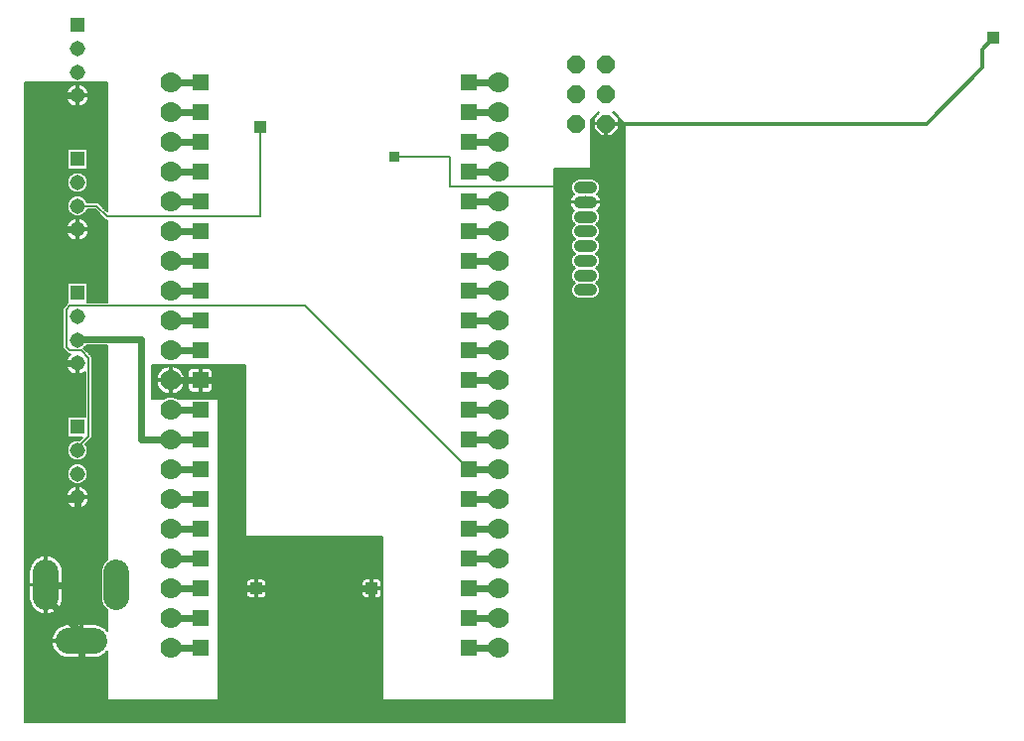
<source format=gbl>
G75*
%MOIN*%
%OFA0B0*%
%FSLAX25Y25*%
%IPPOS*%
%LPD*%
%AMOC8*
5,1,8,0,0,1.08239X$1,22.5*
%
%ADD10R,0.05150X0.05150*%
%ADD11C,0.05150*%
%ADD12C,0.07000*%
%ADD13C,0.08600*%
%ADD14R,0.05543X0.05543*%
%ADD15C,0.03969*%
%ADD16OC8,0.06000*%
%ADD17C,0.02400*%
%ADD18R,0.03962X0.03962*%
%ADD19C,0.00600*%
%ADD20C,0.01200*%
%ADD21R,0.03569X0.03569*%
D10*
X0042506Y0104065D03*
X0042506Y0149065D03*
X0042506Y0194065D03*
X0042506Y0239065D03*
D11*
X0042506Y0231191D03*
X0042506Y0223317D03*
X0042506Y0215443D03*
X0042506Y0186191D03*
X0042506Y0178317D03*
X0042506Y0170443D03*
X0042506Y0141191D03*
X0042506Y0133317D03*
X0042506Y0125443D03*
X0042506Y0096191D03*
X0042506Y0088317D03*
X0042506Y0080443D03*
D12*
X0073756Y0079754D03*
X0073756Y0089754D03*
X0073756Y0099754D03*
X0073756Y0109754D03*
X0073756Y0119754D03*
X0073756Y0129754D03*
X0073756Y0139754D03*
X0073756Y0149754D03*
X0073756Y0159754D03*
X0073756Y0169754D03*
X0073756Y0179754D03*
X0073756Y0189754D03*
X0073756Y0199754D03*
X0073756Y0209754D03*
X0073756Y0219754D03*
X0183756Y0219754D03*
X0183756Y0209754D03*
X0183756Y0199754D03*
X0183756Y0189754D03*
X0183756Y0179754D03*
X0183756Y0169754D03*
X0183756Y0159754D03*
X0183756Y0149754D03*
X0183756Y0139754D03*
X0183756Y0129754D03*
X0183756Y0119754D03*
X0183756Y0109754D03*
X0183756Y0099754D03*
X0183756Y0089754D03*
X0183756Y0079754D03*
X0183756Y0069754D03*
X0183756Y0059754D03*
X0183756Y0049754D03*
X0183756Y0039754D03*
X0183756Y0029754D03*
X0073756Y0029754D03*
X0073756Y0039754D03*
X0073756Y0049754D03*
X0073756Y0059754D03*
X0073756Y0069754D03*
D13*
X0055567Y0055304D02*
X0055567Y0046704D01*
X0048056Y0032106D02*
X0039456Y0032106D01*
X0031945Y0046704D02*
X0031945Y0055304D01*
D14*
X0083756Y0059754D03*
X0083756Y0069754D03*
X0083756Y0079754D03*
X0083756Y0089754D03*
X0083756Y0099754D03*
X0083756Y0109754D03*
X0083756Y0119754D03*
X0083756Y0129754D03*
X0083756Y0139754D03*
X0083756Y0149754D03*
X0083756Y0159754D03*
X0083756Y0169754D03*
X0083756Y0179754D03*
X0083756Y0189754D03*
X0083756Y0199754D03*
X0083756Y0209754D03*
X0083756Y0219754D03*
X0173756Y0219754D03*
X0173756Y0209754D03*
X0173756Y0199754D03*
X0173756Y0189754D03*
X0173756Y0179754D03*
X0173756Y0169754D03*
X0173756Y0159754D03*
X0173756Y0149754D03*
X0173756Y0139754D03*
X0173756Y0129754D03*
X0173756Y0119754D03*
X0173756Y0109754D03*
X0173756Y0099754D03*
X0173756Y0089754D03*
X0173756Y0079754D03*
X0173756Y0069754D03*
X0173756Y0059754D03*
X0173756Y0049754D03*
X0173756Y0039754D03*
X0173756Y0029754D03*
X0083756Y0029754D03*
X0083756Y0039754D03*
X0083756Y0049754D03*
D15*
X0211043Y0150030D02*
X0215012Y0150030D01*
X0215012Y0154951D02*
X0211043Y0154951D01*
X0211043Y0159872D02*
X0215012Y0159872D01*
X0215012Y0164793D02*
X0211043Y0164793D01*
X0211043Y0169715D02*
X0215012Y0169715D01*
X0215012Y0174636D02*
X0211043Y0174636D01*
X0211043Y0179557D02*
X0215012Y0179557D01*
X0215012Y0184478D02*
X0211043Y0184478D01*
D16*
X0210006Y0206004D03*
X0220006Y0206004D03*
X0220006Y0216004D03*
X0210006Y0216004D03*
X0210006Y0226004D03*
X0220006Y0226004D03*
D17*
X0183756Y0219754D02*
X0173756Y0219754D01*
X0173756Y0209754D02*
X0183756Y0209754D01*
X0183756Y0199754D02*
X0173756Y0199754D01*
X0173756Y0189754D02*
X0183756Y0189754D01*
X0183756Y0179754D02*
X0173756Y0179754D01*
X0173756Y0169754D02*
X0183756Y0169754D01*
X0183756Y0159754D02*
X0173756Y0159754D01*
X0173756Y0149754D02*
X0183756Y0149754D01*
X0183756Y0139754D02*
X0173756Y0139754D01*
X0173756Y0129754D02*
X0183756Y0129754D01*
X0183756Y0119754D02*
X0173756Y0119754D01*
X0173756Y0109754D02*
X0183756Y0109754D01*
X0183756Y0099754D02*
X0173756Y0099754D01*
X0173756Y0089754D02*
X0183756Y0089754D01*
X0183756Y0079754D02*
X0173756Y0079754D01*
X0173756Y0069754D02*
X0183756Y0069754D01*
X0183756Y0059754D02*
X0173756Y0059754D01*
X0173756Y0049754D02*
X0183756Y0049754D01*
X0183756Y0039754D02*
X0173756Y0039754D01*
X0173756Y0029754D02*
X0183756Y0029754D01*
X0141256Y0049754D02*
X0141256Y0008504D01*
X0141256Y0007254D01*
X0043756Y0007254D01*
X0043756Y0032106D01*
X0043756Y0034754D01*
X0032506Y0046004D01*
X0032506Y0050443D01*
X0031945Y0051004D01*
X0042506Y0051004D01*
X0042506Y0080443D01*
X0042506Y0079754D01*
X0031256Y0079754D01*
X0031256Y0125443D01*
X0031256Y0170443D01*
X0031256Y0215443D01*
X0042506Y0215443D01*
X0073756Y0219754D02*
X0083756Y0219754D01*
X0083756Y0209754D02*
X0073756Y0209754D01*
X0073756Y0199754D02*
X0083756Y0199754D01*
X0083756Y0189754D02*
X0073756Y0189754D01*
X0073756Y0179754D02*
X0083756Y0179754D01*
X0083756Y0169754D02*
X0073756Y0169754D01*
X0073756Y0159754D02*
X0083756Y0159754D01*
X0083756Y0149754D02*
X0073756Y0149754D01*
X0073756Y0139754D02*
X0083756Y0139754D01*
X0083756Y0129754D02*
X0073756Y0129754D01*
X0073756Y0119754D02*
X0095006Y0119754D01*
X0095006Y0049754D01*
X0102506Y0049754D01*
X0141256Y0049754D01*
X0083756Y0049754D02*
X0073756Y0049754D01*
X0073756Y0059754D02*
X0083756Y0059754D01*
X0083756Y0069754D02*
X0073756Y0069754D01*
X0073756Y0079754D02*
X0083756Y0079754D01*
X0083756Y0089754D02*
X0073756Y0089754D01*
X0073756Y0099754D02*
X0063756Y0099754D01*
X0063756Y0133504D01*
X0042506Y0133504D01*
X0042506Y0133317D01*
X0042506Y0125443D02*
X0031256Y0125443D01*
X0073756Y0119754D02*
X0083756Y0119754D01*
X0083756Y0109754D02*
X0073756Y0109754D01*
X0073756Y0099754D02*
X0083756Y0099754D01*
X0083756Y0039754D02*
X0073756Y0039754D01*
X0073756Y0029754D02*
X0083756Y0029754D01*
X0042506Y0170443D02*
X0031256Y0170443D01*
D18*
X0103756Y0204754D03*
X0102506Y0049754D03*
X0141256Y0049754D03*
X0350006Y0234754D03*
D19*
X0025006Y0219754D02*
X0025006Y0004754D01*
X0226256Y0004754D01*
X0226256Y0206004D01*
X0222506Y0209754D01*
X0222337Y0209754D01*
X0224306Y0207785D01*
X0224306Y0206304D01*
X0220306Y0206304D01*
X0220306Y0205704D01*
X0224306Y0205704D01*
X0224306Y0204223D01*
X0221787Y0201704D01*
X0220306Y0201704D01*
X0220306Y0205704D01*
X0219706Y0205704D01*
X0219706Y0201704D01*
X0218225Y0201704D01*
X0215706Y0204223D01*
X0215706Y0205704D01*
X0219706Y0205704D01*
X0219706Y0206304D01*
X0215706Y0206304D01*
X0215706Y0207785D01*
X0217675Y0209754D01*
X0217506Y0209754D01*
X0215006Y0207254D01*
X0215006Y0191004D01*
X0202506Y0191004D01*
X0202506Y0012254D01*
X0145006Y0012254D01*
X0145006Y0067254D01*
X0098756Y0067254D01*
X0098756Y0124754D01*
X0067506Y0124754D01*
X0067506Y0113504D01*
X0071311Y0113504D01*
X0072881Y0114154D01*
X0074631Y0114154D01*
X0076200Y0113504D01*
X0090006Y0113504D01*
X0090006Y0012254D01*
X0052506Y0012254D01*
X0052506Y0028704D01*
X0052327Y0028458D01*
X0051704Y0027835D01*
X0050991Y0027317D01*
X0050206Y0026917D01*
X0049367Y0026644D01*
X0048497Y0026506D01*
X0044056Y0026506D01*
X0044056Y0031806D01*
X0043456Y0031806D01*
X0043456Y0026506D01*
X0039015Y0026506D01*
X0038145Y0026644D01*
X0037306Y0026917D01*
X0036521Y0027317D01*
X0035808Y0027835D01*
X0035184Y0028458D01*
X0034666Y0029171D01*
X0034266Y0029957D01*
X0033994Y0030795D01*
X0033856Y0031666D01*
X0033856Y0031806D01*
X0043456Y0031806D01*
X0043456Y0032406D01*
X0033856Y0032406D01*
X0033856Y0032547D01*
X0033994Y0033418D01*
X0034266Y0034256D01*
X0034666Y0035041D01*
X0035184Y0035754D01*
X0035808Y0036378D01*
X0036521Y0036896D01*
X0037306Y0037296D01*
X0038145Y0037568D01*
X0039015Y0037706D01*
X0043456Y0037706D01*
X0043456Y0032406D01*
X0044056Y0032406D01*
X0044056Y0037706D01*
X0048497Y0037706D01*
X0049367Y0037568D01*
X0050206Y0037296D01*
X0050991Y0036896D01*
X0051704Y0036378D01*
X0052327Y0035754D01*
X0052506Y0035509D01*
X0052506Y0042411D01*
X0051159Y0043758D01*
X0050367Y0045670D01*
X0050367Y0056338D01*
X0051159Y0058249D01*
X0052506Y0059597D01*
X0052506Y0131404D01*
X0045475Y0131404D01*
X0045452Y0131349D01*
X0044655Y0130552D01*
X0044956Y0130251D01*
X0044956Y0130251D01*
X0046753Y0128454D01*
X0046753Y0128454D01*
X0047456Y0127751D01*
X0047456Y0100507D01*
X0046753Y0099804D01*
X0045280Y0098331D01*
X0045452Y0098159D01*
X0045981Y0096882D01*
X0045981Y0095500D01*
X0045452Y0094223D01*
X0044474Y0093245D01*
X0043197Y0092716D01*
X0041815Y0092716D01*
X0040538Y0093245D01*
X0039560Y0094223D01*
X0039031Y0095500D01*
X0039031Y0096882D01*
X0039560Y0098159D01*
X0040538Y0099137D01*
X0041815Y0099666D01*
X0043197Y0099666D01*
X0043214Y0099659D01*
X0044145Y0100590D01*
X0039558Y0100590D01*
X0039031Y0101117D01*
X0039031Y0107013D01*
X0039558Y0107540D01*
X0045056Y0107540D01*
X0045056Y0122513D01*
X0044976Y0122433D01*
X0044341Y0122009D01*
X0043636Y0121717D01*
X0042888Y0121568D01*
X0042806Y0121568D01*
X0042806Y0125143D01*
X0042206Y0125143D01*
X0042206Y0121568D01*
X0042124Y0121568D01*
X0041376Y0121717D01*
X0040670Y0122009D01*
X0040036Y0122433D01*
X0039496Y0122973D01*
X0039072Y0123608D01*
X0038780Y0124313D01*
X0038631Y0125061D01*
X0038631Y0125143D01*
X0042206Y0125143D01*
X0042206Y0125743D01*
X0038631Y0125743D01*
X0038631Y0125825D01*
X0038780Y0126573D01*
X0039072Y0127278D01*
X0039496Y0127913D01*
X0040036Y0128453D01*
X0040187Y0128554D01*
X0039509Y0128554D01*
X0038259Y0129804D01*
X0037556Y0130507D01*
X0037556Y0144001D01*
X0038806Y0145251D01*
X0039352Y0145797D01*
X0039031Y0146117D01*
X0039031Y0152013D01*
X0039558Y0152540D01*
X0045453Y0152540D01*
X0045981Y0152013D01*
X0045981Y0146117D01*
X0045817Y0145954D01*
X0052506Y0145954D01*
X0052506Y0173554D01*
X0052009Y0173554D01*
X0048446Y0177117D01*
X0045770Y0177117D01*
X0045452Y0176349D01*
X0044474Y0175371D01*
X0043197Y0174842D01*
X0041815Y0174842D01*
X0040538Y0175371D01*
X0039560Y0176349D01*
X0039031Y0177626D01*
X0039031Y0179008D01*
X0039560Y0180285D01*
X0040538Y0181263D01*
X0041815Y0181792D01*
X0043197Y0181792D01*
X0044474Y0181263D01*
X0045452Y0180285D01*
X0045770Y0179517D01*
X0049440Y0179517D01*
X0050143Y0178814D01*
X0052506Y0176451D01*
X0052506Y0219754D01*
X0025006Y0219754D01*
X0025006Y0219514D02*
X0052506Y0219514D01*
X0052506Y0218915D02*
X0044249Y0218915D01*
X0044341Y0218877D02*
X0043636Y0219169D01*
X0042888Y0219318D01*
X0042806Y0219318D01*
X0042806Y0215743D01*
X0046381Y0215743D01*
X0046381Y0215825D01*
X0046232Y0216573D01*
X0045940Y0217278D01*
X0045516Y0217913D01*
X0044976Y0218453D01*
X0044341Y0218877D01*
X0045112Y0218317D02*
X0052506Y0218317D01*
X0052506Y0217718D02*
X0045646Y0217718D01*
X0046005Y0217120D02*
X0052506Y0217120D01*
X0052506Y0216521D02*
X0046242Y0216521D01*
X0046361Y0215922D02*
X0052506Y0215922D01*
X0052506Y0215324D02*
X0042806Y0215324D01*
X0042806Y0215143D02*
X0042806Y0215743D01*
X0042206Y0215743D01*
X0042206Y0219318D01*
X0042124Y0219318D01*
X0041376Y0219169D01*
X0040670Y0218877D01*
X0040036Y0218453D01*
X0039496Y0217913D01*
X0039072Y0217278D01*
X0038780Y0216573D01*
X0038631Y0215825D01*
X0038631Y0215743D01*
X0042206Y0215743D01*
X0042206Y0215143D01*
X0038631Y0215143D01*
X0038631Y0215061D01*
X0038780Y0214313D01*
X0039072Y0213608D01*
X0039496Y0212973D01*
X0040036Y0212433D01*
X0040670Y0212009D01*
X0041376Y0211717D01*
X0042124Y0211568D01*
X0042206Y0211568D01*
X0042206Y0215143D01*
X0042806Y0215143D01*
X0046381Y0215143D01*
X0046381Y0215061D01*
X0046232Y0214313D01*
X0045940Y0213608D01*
X0045516Y0212973D01*
X0044976Y0212433D01*
X0044341Y0212009D01*
X0043636Y0211717D01*
X0042888Y0211568D01*
X0042806Y0211568D01*
X0042806Y0215143D01*
X0042806Y0214725D02*
X0042206Y0214725D01*
X0042206Y0214127D02*
X0042806Y0214127D01*
X0042806Y0213528D02*
X0042206Y0213528D01*
X0042206Y0212930D02*
X0042806Y0212930D01*
X0042806Y0212331D02*
X0042206Y0212331D01*
X0042206Y0211733D02*
X0042806Y0211733D01*
X0043674Y0211733D02*
X0052506Y0211733D01*
X0052506Y0212331D02*
X0044824Y0212331D01*
X0045473Y0212930D02*
X0052506Y0212930D01*
X0052506Y0213528D02*
X0045887Y0213528D01*
X0046155Y0214127D02*
X0052506Y0214127D01*
X0052506Y0214725D02*
X0046314Y0214725D01*
X0042806Y0215922D02*
X0042206Y0215922D01*
X0042206Y0215324D02*
X0025006Y0215324D01*
X0025006Y0215922D02*
X0038651Y0215922D01*
X0038770Y0216521D02*
X0025006Y0216521D01*
X0025006Y0217120D02*
X0039006Y0217120D01*
X0039366Y0217718D02*
X0025006Y0217718D01*
X0025006Y0218317D02*
X0039900Y0218317D01*
X0040763Y0218915D02*
X0025006Y0218915D01*
X0025006Y0214725D02*
X0038698Y0214725D01*
X0038857Y0214127D02*
X0025006Y0214127D01*
X0025006Y0213528D02*
X0039125Y0213528D01*
X0039539Y0212930D02*
X0025006Y0212930D01*
X0025006Y0212331D02*
X0040188Y0212331D01*
X0041337Y0211733D02*
X0025006Y0211733D01*
X0025006Y0211134D02*
X0052506Y0211134D01*
X0052506Y0210536D02*
X0025006Y0210536D01*
X0025006Y0209937D02*
X0052506Y0209937D01*
X0052506Y0209339D02*
X0025006Y0209339D01*
X0025006Y0208740D02*
X0052506Y0208740D01*
X0052506Y0208142D02*
X0025006Y0208142D01*
X0025006Y0207543D02*
X0052506Y0207543D01*
X0052506Y0206945D02*
X0025006Y0206945D01*
X0025006Y0206346D02*
X0052506Y0206346D01*
X0052506Y0205748D02*
X0025006Y0205748D01*
X0025006Y0205149D02*
X0052506Y0205149D01*
X0052506Y0204551D02*
X0025006Y0204551D01*
X0025006Y0203952D02*
X0052506Y0203952D01*
X0052506Y0203354D02*
X0025006Y0203354D01*
X0025006Y0202755D02*
X0052506Y0202755D01*
X0052506Y0202157D02*
X0025006Y0202157D01*
X0025006Y0201558D02*
X0052506Y0201558D01*
X0052506Y0200960D02*
X0025006Y0200960D01*
X0025006Y0200361D02*
X0052506Y0200361D01*
X0052506Y0199763D02*
X0025006Y0199763D01*
X0025006Y0199164D02*
X0052506Y0199164D01*
X0052506Y0198566D02*
X0025006Y0198566D01*
X0025006Y0197967D02*
X0052506Y0197967D01*
X0052506Y0197369D02*
X0045625Y0197369D01*
X0045453Y0197540D02*
X0039558Y0197540D01*
X0039031Y0197013D01*
X0039031Y0191117D01*
X0039558Y0190590D01*
X0045453Y0190590D01*
X0045981Y0191117D01*
X0045981Y0197013D01*
X0045453Y0197540D01*
X0045981Y0196770D02*
X0052506Y0196770D01*
X0052506Y0196172D02*
X0045981Y0196172D01*
X0045981Y0195573D02*
X0052506Y0195573D01*
X0052506Y0194975D02*
X0045981Y0194975D01*
X0045981Y0194376D02*
X0052506Y0194376D01*
X0052506Y0193778D02*
X0045981Y0193778D01*
X0045981Y0193179D02*
X0052506Y0193179D01*
X0052506Y0192581D02*
X0045981Y0192581D01*
X0045981Y0191982D02*
X0052506Y0191982D01*
X0052506Y0191384D02*
X0045981Y0191384D01*
X0045648Y0190785D02*
X0052506Y0190785D01*
X0052506Y0190186D02*
X0025006Y0190186D01*
X0025006Y0189588D02*
X0041627Y0189588D01*
X0041815Y0189666D02*
X0040538Y0189137D01*
X0039560Y0188159D01*
X0039031Y0186882D01*
X0039031Y0185500D01*
X0039560Y0184223D01*
X0040538Y0183245D01*
X0041815Y0182716D01*
X0043197Y0182716D01*
X0044474Y0183245D01*
X0045452Y0184223D01*
X0045981Y0185500D01*
X0045981Y0186882D01*
X0045452Y0188159D01*
X0044474Y0189137D01*
X0043197Y0189666D01*
X0041815Y0189666D01*
X0043385Y0189588D02*
X0052506Y0189588D01*
X0052506Y0188989D02*
X0044621Y0188989D01*
X0045220Y0188391D02*
X0052506Y0188391D01*
X0052506Y0187792D02*
X0045604Y0187792D01*
X0045852Y0187194D02*
X0052506Y0187194D01*
X0052506Y0186595D02*
X0045981Y0186595D01*
X0045981Y0185997D02*
X0052506Y0185997D01*
X0052506Y0185398D02*
X0045939Y0185398D01*
X0045691Y0184800D02*
X0052506Y0184800D01*
X0052506Y0184201D02*
X0045430Y0184201D01*
X0044832Y0183603D02*
X0052506Y0183603D01*
X0052506Y0183004D02*
X0043893Y0183004D01*
X0044528Y0181209D02*
X0052506Y0181209D01*
X0052506Y0181807D02*
X0025006Y0181807D01*
X0025006Y0181209D02*
X0040484Y0181209D01*
X0039885Y0180610D02*
X0025006Y0180610D01*
X0025006Y0180012D02*
X0039447Y0180012D01*
X0039199Y0179413D02*
X0025006Y0179413D01*
X0025006Y0178815D02*
X0039031Y0178815D01*
X0039031Y0178216D02*
X0025006Y0178216D01*
X0025006Y0177618D02*
X0039034Y0177618D01*
X0039282Y0177019D02*
X0025006Y0177019D01*
X0025006Y0176421D02*
X0039530Y0176421D01*
X0040087Y0175822D02*
X0025006Y0175822D01*
X0025006Y0175224D02*
X0040894Y0175224D01*
X0041376Y0174169D02*
X0040670Y0173877D01*
X0040036Y0173453D01*
X0039496Y0172913D01*
X0039072Y0172278D01*
X0038780Y0171573D01*
X0038631Y0170825D01*
X0038631Y0170743D01*
X0042206Y0170743D01*
X0042206Y0174318D01*
X0042124Y0174318D01*
X0041376Y0174169D01*
X0041033Y0174027D02*
X0025006Y0174027D01*
X0025006Y0174625D02*
X0050938Y0174625D01*
X0051536Y0174027D02*
X0043979Y0174027D01*
X0043636Y0174169D02*
X0042888Y0174318D01*
X0042806Y0174318D01*
X0042806Y0170743D01*
X0046381Y0170743D01*
X0046381Y0170825D01*
X0046232Y0171573D01*
X0045940Y0172278D01*
X0045516Y0172913D01*
X0044976Y0173453D01*
X0044341Y0173877D01*
X0043636Y0174169D01*
X0042806Y0174027D02*
X0042206Y0174027D01*
X0042206Y0173428D02*
X0042806Y0173428D01*
X0042806Y0172830D02*
X0042206Y0172830D01*
X0042206Y0172231D02*
X0042806Y0172231D01*
X0042806Y0171633D02*
X0042206Y0171633D01*
X0042206Y0171034D02*
X0042806Y0171034D01*
X0042806Y0170743D02*
X0042206Y0170743D01*
X0042206Y0170143D01*
X0038631Y0170143D01*
X0038631Y0170061D01*
X0038780Y0169313D01*
X0039072Y0168608D01*
X0039496Y0167973D01*
X0040036Y0167433D01*
X0040670Y0167009D01*
X0041376Y0166717D01*
X0042124Y0166568D01*
X0042206Y0166568D01*
X0042206Y0170143D01*
X0042806Y0170143D01*
X0042806Y0170743D01*
X0042806Y0170436D02*
X0052506Y0170436D01*
X0052506Y0171034D02*
X0046339Y0171034D01*
X0046207Y0171633D02*
X0052506Y0171633D01*
X0052506Y0172231D02*
X0045959Y0172231D01*
X0045571Y0172830D02*
X0052506Y0172830D01*
X0052506Y0173428D02*
X0045000Y0173428D01*
X0044118Y0175224D02*
X0050339Y0175224D01*
X0049741Y0175822D02*
X0044925Y0175822D01*
X0045482Y0176421D02*
X0049142Y0176421D01*
X0048544Y0177019D02*
X0045729Y0177019D01*
X0045565Y0180012D02*
X0052506Y0180012D01*
X0052506Y0180610D02*
X0045127Y0180610D01*
X0042506Y0178317D02*
X0048943Y0178317D01*
X0052506Y0174754D01*
X0103756Y0174754D01*
X0103756Y0204754D01*
X0148756Y0194754D02*
X0167506Y0194754D01*
X0167506Y0184754D01*
X0206256Y0184754D01*
X0206256Y0179754D01*
X0206256Y0179557D01*
X0213028Y0179557D01*
X0220006Y0179557D01*
X0218296Y0179365D02*
X0213220Y0179365D01*
X0213220Y0179749D01*
X0218296Y0179749D01*
X0218296Y0179881D01*
X0218170Y0180515D01*
X0217922Y0181113D01*
X0217563Y0181651D01*
X0217105Y0182108D01*
X0216875Y0182262D01*
X0217457Y0182845D01*
X0217896Y0183905D01*
X0217896Y0185052D01*
X0217457Y0186112D01*
X0216646Y0186923D01*
X0215586Y0187363D01*
X0210470Y0187363D01*
X0209410Y0186923D01*
X0208598Y0186112D01*
X0208159Y0185052D01*
X0208159Y0183905D01*
X0208598Y0182845D01*
X0209180Y0182262D01*
X0208950Y0182108D01*
X0208492Y0181651D01*
X0208133Y0181113D01*
X0207885Y0180515D01*
X0207759Y0179881D01*
X0207759Y0179749D01*
X0212835Y0179749D01*
X0212835Y0179365D01*
X0207759Y0179365D01*
X0207759Y0179234D01*
X0207885Y0178599D01*
X0208133Y0178001D01*
X0208492Y0177463D01*
X0208950Y0177006D01*
X0209180Y0176852D01*
X0208598Y0176270D01*
X0208159Y0175210D01*
X0208159Y0174062D01*
X0208598Y0173002D01*
X0209410Y0172191D01*
X0209447Y0172175D01*
X0209410Y0172160D01*
X0208598Y0171348D01*
X0208159Y0170288D01*
X0208159Y0169141D01*
X0208598Y0168081D01*
X0209410Y0167269D01*
X0209447Y0167254D01*
X0209410Y0167238D01*
X0208598Y0166427D01*
X0208159Y0165367D01*
X0208159Y0164220D01*
X0208598Y0163160D01*
X0209410Y0162348D01*
X0209447Y0162333D01*
X0209410Y0162317D01*
X0208598Y0161506D01*
X0208159Y0160446D01*
X0208159Y0159298D01*
X0208598Y0158238D01*
X0209410Y0157427D01*
X0209447Y0157411D01*
X0209410Y0157396D01*
X0208598Y0156585D01*
X0208159Y0155524D01*
X0208159Y0154377D01*
X0208598Y0153317D01*
X0209410Y0152506D01*
X0209447Y0152490D01*
X0209410Y0152475D01*
X0208598Y0151663D01*
X0208159Y0150603D01*
X0208159Y0149456D01*
X0208598Y0148396D01*
X0209410Y0147584D01*
X0210470Y0147145D01*
X0215586Y0147145D01*
X0216646Y0147584D01*
X0217457Y0148396D01*
X0217896Y0149456D01*
X0217896Y0150603D01*
X0217457Y0151663D01*
X0216646Y0152475D01*
X0216608Y0152490D01*
X0216646Y0152506D01*
X0217457Y0153317D01*
X0217896Y0154377D01*
X0217896Y0155524D01*
X0217457Y0156585D01*
X0216646Y0157396D01*
X0216608Y0157411D01*
X0216646Y0157427D01*
X0217457Y0158238D01*
X0217896Y0159298D01*
X0217896Y0160446D01*
X0217457Y0161506D01*
X0216646Y0162317D01*
X0216608Y0162333D01*
X0216646Y0162348D01*
X0217457Y0163160D01*
X0217896Y0164220D01*
X0217896Y0165367D01*
X0217457Y0166427D01*
X0216646Y0167238D01*
X0216608Y0167254D01*
X0216646Y0167269D01*
X0217457Y0168081D01*
X0217896Y0169141D01*
X0217896Y0170288D01*
X0217457Y0171348D01*
X0216646Y0172160D01*
X0216608Y0172175D01*
X0216646Y0172191D01*
X0217457Y0173002D01*
X0217896Y0174062D01*
X0217896Y0175210D01*
X0217457Y0176270D01*
X0216875Y0176852D01*
X0217105Y0177006D01*
X0217563Y0177463D01*
X0217922Y0178001D01*
X0218170Y0178599D01*
X0218296Y0179234D01*
X0218296Y0179365D01*
X0218213Y0178815D02*
X0226256Y0178815D01*
X0226256Y0179413D02*
X0213220Y0179413D01*
X0213220Y0179749D02*
X0213220Y0181594D01*
X0212835Y0181594D01*
X0212835Y0179749D01*
X0213220Y0179749D01*
X0213220Y0180012D02*
X0212835Y0180012D01*
X0212835Y0180610D02*
X0213220Y0180610D01*
X0213220Y0181209D02*
X0212835Y0181209D01*
X0212835Y0179413D02*
X0202506Y0179413D01*
X0202506Y0178815D02*
X0207842Y0178815D01*
X0208044Y0178216D02*
X0202506Y0178216D01*
X0202506Y0177618D02*
X0208389Y0177618D01*
X0208937Y0177019D02*
X0202506Y0177019D01*
X0202506Y0176421D02*
X0208749Y0176421D01*
X0208413Y0175822D02*
X0202506Y0175822D01*
X0202506Y0175224D02*
X0208165Y0175224D01*
X0208159Y0174625D02*
X0202506Y0174625D01*
X0202506Y0174027D02*
X0208174Y0174027D01*
X0208422Y0173428D02*
X0202506Y0173428D01*
X0202506Y0172830D02*
X0208771Y0172830D01*
X0209369Y0172231D02*
X0202506Y0172231D01*
X0202506Y0171633D02*
X0208882Y0171633D01*
X0208468Y0171034D02*
X0202506Y0171034D01*
X0202506Y0170436D02*
X0208220Y0170436D01*
X0208159Y0169837D02*
X0202506Y0169837D01*
X0202506Y0169239D02*
X0208159Y0169239D01*
X0208366Y0168640D02*
X0202506Y0168640D01*
X0202506Y0168042D02*
X0208637Y0168042D01*
X0209236Y0167443D02*
X0202506Y0167443D01*
X0202506Y0166845D02*
X0209016Y0166845D01*
X0208523Y0166246D02*
X0202506Y0166246D01*
X0202506Y0165648D02*
X0208275Y0165648D01*
X0208159Y0165049D02*
X0202506Y0165049D01*
X0202506Y0164451D02*
X0208159Y0164451D01*
X0208311Y0163852D02*
X0202506Y0163852D01*
X0202506Y0163253D02*
X0208559Y0163253D01*
X0209103Y0162655D02*
X0202506Y0162655D01*
X0202506Y0162056D02*
X0209149Y0162056D01*
X0208578Y0161458D02*
X0202506Y0161458D01*
X0202506Y0160859D02*
X0208330Y0160859D01*
X0208159Y0160261D02*
X0202506Y0160261D01*
X0202506Y0159662D02*
X0208159Y0159662D01*
X0208256Y0159064D02*
X0202506Y0159064D01*
X0202506Y0158465D02*
X0208504Y0158465D01*
X0208970Y0157867D02*
X0202506Y0157867D01*
X0202506Y0157268D02*
X0209282Y0157268D01*
X0208683Y0156670D02*
X0202506Y0156670D01*
X0202506Y0156071D02*
X0208386Y0156071D01*
X0208159Y0155473D02*
X0202506Y0155473D01*
X0202506Y0154874D02*
X0208159Y0154874D01*
X0208201Y0154276D02*
X0202506Y0154276D01*
X0202506Y0153677D02*
X0208449Y0153677D01*
X0208836Y0153079D02*
X0202506Y0153079D01*
X0202506Y0152480D02*
X0209423Y0152480D01*
X0208817Y0151882D02*
X0202506Y0151882D01*
X0202506Y0151283D02*
X0208441Y0151283D01*
X0208193Y0150685D02*
X0202506Y0150685D01*
X0202506Y0150086D02*
X0208159Y0150086D01*
X0208159Y0149488D02*
X0202506Y0149488D01*
X0202506Y0148889D02*
X0208394Y0148889D01*
X0208703Y0148291D02*
X0202506Y0148291D01*
X0202506Y0147692D02*
X0209302Y0147692D01*
X0202506Y0147094D02*
X0226256Y0147094D01*
X0226256Y0147692D02*
X0216753Y0147692D01*
X0217352Y0148291D02*
X0226256Y0148291D01*
X0226256Y0148889D02*
X0217661Y0148889D01*
X0217896Y0149488D02*
X0226256Y0149488D01*
X0226256Y0150086D02*
X0217896Y0150086D01*
X0217862Y0150685D02*
X0226256Y0150685D01*
X0226256Y0151283D02*
X0217614Y0151283D01*
X0217238Y0151882D02*
X0226256Y0151882D01*
X0226256Y0152480D02*
X0216632Y0152480D01*
X0217219Y0153079D02*
X0226256Y0153079D01*
X0226256Y0153677D02*
X0217606Y0153677D01*
X0217854Y0154276D02*
X0226256Y0154276D01*
X0226256Y0154874D02*
X0217896Y0154874D01*
X0217896Y0155473D02*
X0226256Y0155473D01*
X0226256Y0156071D02*
X0217670Y0156071D01*
X0217372Y0156670D02*
X0226256Y0156670D01*
X0226256Y0157268D02*
X0216773Y0157268D01*
X0217086Y0157867D02*
X0226256Y0157867D01*
X0226256Y0158465D02*
X0217551Y0158465D01*
X0217799Y0159064D02*
X0226256Y0159064D01*
X0226256Y0159662D02*
X0217896Y0159662D01*
X0217896Y0160261D02*
X0226256Y0160261D01*
X0226256Y0160859D02*
X0217725Y0160859D01*
X0217477Y0161458D02*
X0226256Y0161458D01*
X0226256Y0162056D02*
X0216906Y0162056D01*
X0216952Y0162655D02*
X0226256Y0162655D01*
X0226256Y0163253D02*
X0217496Y0163253D01*
X0217744Y0163852D02*
X0226256Y0163852D01*
X0226256Y0164451D02*
X0217896Y0164451D01*
X0217896Y0165049D02*
X0226256Y0165049D01*
X0226256Y0165648D02*
X0217780Y0165648D01*
X0217532Y0166246D02*
X0226256Y0166246D01*
X0226256Y0166845D02*
X0217039Y0166845D01*
X0216819Y0167443D02*
X0226256Y0167443D01*
X0226256Y0168042D02*
X0217418Y0168042D01*
X0217689Y0168640D02*
X0226256Y0168640D01*
X0226256Y0169239D02*
X0217896Y0169239D01*
X0217896Y0169837D02*
X0226256Y0169837D01*
X0226256Y0170436D02*
X0217835Y0170436D01*
X0217587Y0171034D02*
X0226256Y0171034D01*
X0226256Y0171633D02*
X0217173Y0171633D01*
X0216686Y0172231D02*
X0226256Y0172231D01*
X0226256Y0172830D02*
X0217285Y0172830D01*
X0217633Y0173428D02*
X0226256Y0173428D01*
X0226256Y0174027D02*
X0217881Y0174027D01*
X0217896Y0174625D02*
X0226256Y0174625D01*
X0226256Y0175224D02*
X0217890Y0175224D01*
X0217642Y0175822D02*
X0226256Y0175822D01*
X0226256Y0176421D02*
X0217306Y0176421D01*
X0217119Y0177019D02*
X0226256Y0177019D01*
X0226256Y0177618D02*
X0217666Y0177618D01*
X0218011Y0178216D02*
X0226256Y0178216D01*
X0226256Y0180012D02*
X0218270Y0180012D01*
X0218130Y0180610D02*
X0226256Y0180610D01*
X0226256Y0181209D02*
X0217858Y0181209D01*
X0217406Y0181807D02*
X0226256Y0181807D01*
X0226256Y0182406D02*
X0217018Y0182406D01*
X0217523Y0183004D02*
X0226256Y0183004D01*
X0226256Y0183603D02*
X0217771Y0183603D01*
X0217896Y0184201D02*
X0226256Y0184201D01*
X0226256Y0184800D02*
X0217896Y0184800D01*
X0217753Y0185398D02*
X0226256Y0185398D01*
X0226256Y0185997D02*
X0217505Y0185997D01*
X0216974Y0186595D02*
X0226256Y0186595D01*
X0226256Y0187194D02*
X0215993Y0187194D01*
X0215006Y0191384D02*
X0226256Y0191384D01*
X0226256Y0191982D02*
X0215006Y0191982D01*
X0215006Y0192581D02*
X0226256Y0192581D01*
X0226256Y0193179D02*
X0215006Y0193179D01*
X0215006Y0193778D02*
X0226256Y0193778D01*
X0226256Y0194376D02*
X0215006Y0194376D01*
X0215006Y0194975D02*
X0226256Y0194975D01*
X0226256Y0195573D02*
X0215006Y0195573D01*
X0215006Y0196172D02*
X0226256Y0196172D01*
X0226256Y0196770D02*
X0215006Y0196770D01*
X0215006Y0197369D02*
X0226256Y0197369D01*
X0226256Y0197967D02*
X0215006Y0197967D01*
X0215006Y0198566D02*
X0226256Y0198566D01*
X0226256Y0199164D02*
X0215006Y0199164D01*
X0215006Y0199763D02*
X0226256Y0199763D01*
X0226256Y0200361D02*
X0215006Y0200361D01*
X0215006Y0200960D02*
X0226256Y0200960D01*
X0226256Y0201558D02*
X0215006Y0201558D01*
X0215006Y0202157D02*
X0217772Y0202157D01*
X0217173Y0202755D02*
X0215006Y0202755D01*
X0215006Y0203354D02*
X0216575Y0203354D01*
X0215976Y0203952D02*
X0215006Y0203952D01*
X0215006Y0204551D02*
X0215706Y0204551D01*
X0215706Y0205149D02*
X0215006Y0205149D01*
X0215006Y0205748D02*
X0219706Y0205748D01*
X0219706Y0205149D02*
X0220306Y0205149D01*
X0220306Y0204551D02*
X0219706Y0204551D01*
X0219706Y0203952D02*
X0220306Y0203952D01*
X0220306Y0203354D02*
X0219706Y0203354D01*
X0219706Y0202755D02*
X0220306Y0202755D01*
X0220306Y0202157D02*
X0219706Y0202157D01*
X0222240Y0202157D02*
X0226256Y0202157D01*
X0226256Y0202755D02*
X0222838Y0202755D01*
X0223437Y0203354D02*
X0226256Y0203354D01*
X0226256Y0203952D02*
X0224035Y0203952D01*
X0224306Y0204551D02*
X0226256Y0204551D01*
X0226256Y0205149D02*
X0224306Y0205149D01*
X0224306Y0206346D02*
X0225914Y0206346D01*
X0226256Y0205748D02*
X0220306Y0205748D01*
X0224306Y0206945D02*
X0225315Y0206945D01*
X0224717Y0207543D02*
X0224306Y0207543D01*
X0224118Y0208142D02*
X0223949Y0208142D01*
X0223520Y0208740D02*
X0223351Y0208740D01*
X0222921Y0209339D02*
X0222752Y0209339D01*
X0217260Y0209339D02*
X0217091Y0209339D01*
X0216661Y0208740D02*
X0216492Y0208740D01*
X0216063Y0208142D02*
X0215894Y0208142D01*
X0215706Y0207543D02*
X0215295Y0207543D01*
X0215006Y0206945D02*
X0215706Y0206945D01*
X0215706Y0206346D02*
X0215006Y0206346D01*
X0226256Y0190785D02*
X0202506Y0190785D01*
X0202506Y0190186D02*
X0226256Y0190186D01*
X0226256Y0189588D02*
X0202506Y0189588D01*
X0202506Y0188989D02*
X0226256Y0188989D01*
X0226256Y0188391D02*
X0202506Y0188391D01*
X0202506Y0187792D02*
X0226256Y0187792D01*
X0210062Y0187194D02*
X0202506Y0187194D01*
X0202506Y0186595D02*
X0209081Y0186595D01*
X0208550Y0185997D02*
X0202506Y0185997D01*
X0202506Y0185398D02*
X0208303Y0185398D01*
X0208159Y0184800D02*
X0202506Y0184800D01*
X0202506Y0184201D02*
X0208159Y0184201D01*
X0208284Y0183603D02*
X0202506Y0183603D01*
X0202506Y0183004D02*
X0208532Y0183004D01*
X0209037Y0182406D02*
X0202506Y0182406D01*
X0202506Y0181807D02*
X0208649Y0181807D01*
X0208197Y0181209D02*
X0202506Y0181209D01*
X0202506Y0180610D02*
X0207925Y0180610D01*
X0207785Y0180012D02*
X0202506Y0180012D01*
X0202506Y0146495D02*
X0226256Y0146495D01*
X0226256Y0145897D02*
X0202506Y0145897D01*
X0202506Y0145298D02*
X0226256Y0145298D01*
X0226256Y0144700D02*
X0202506Y0144700D01*
X0202506Y0144101D02*
X0226256Y0144101D01*
X0226256Y0143503D02*
X0202506Y0143503D01*
X0202506Y0142904D02*
X0226256Y0142904D01*
X0226256Y0142306D02*
X0202506Y0142306D01*
X0202506Y0141707D02*
X0226256Y0141707D01*
X0226256Y0141109D02*
X0202506Y0141109D01*
X0202506Y0140510D02*
X0226256Y0140510D01*
X0226256Y0139912D02*
X0202506Y0139912D01*
X0202506Y0139313D02*
X0226256Y0139313D01*
X0226256Y0138715D02*
X0202506Y0138715D01*
X0202506Y0138116D02*
X0226256Y0138116D01*
X0226256Y0137517D02*
X0202506Y0137517D01*
X0202506Y0136919D02*
X0226256Y0136919D01*
X0226256Y0136320D02*
X0202506Y0136320D01*
X0202506Y0135722D02*
X0226256Y0135722D01*
X0226256Y0135123D02*
X0202506Y0135123D01*
X0202506Y0134525D02*
X0226256Y0134525D01*
X0226256Y0133926D02*
X0202506Y0133926D01*
X0202506Y0133328D02*
X0226256Y0133328D01*
X0226256Y0132729D02*
X0202506Y0132729D01*
X0202506Y0132131D02*
X0226256Y0132131D01*
X0226256Y0131532D02*
X0202506Y0131532D01*
X0202506Y0130934D02*
X0226256Y0130934D01*
X0226256Y0130335D02*
X0202506Y0130335D01*
X0202506Y0129737D02*
X0226256Y0129737D01*
X0226256Y0129138D02*
X0202506Y0129138D01*
X0202506Y0128540D02*
X0226256Y0128540D01*
X0226256Y0127941D02*
X0202506Y0127941D01*
X0202506Y0127343D02*
X0226256Y0127343D01*
X0226256Y0126744D02*
X0202506Y0126744D01*
X0202506Y0126146D02*
X0226256Y0126146D01*
X0226256Y0125547D02*
X0202506Y0125547D01*
X0202506Y0124949D02*
X0226256Y0124949D01*
X0226256Y0124350D02*
X0202506Y0124350D01*
X0202506Y0123752D02*
X0226256Y0123752D01*
X0226256Y0123153D02*
X0202506Y0123153D01*
X0202506Y0122555D02*
X0226256Y0122555D01*
X0226256Y0121956D02*
X0202506Y0121956D01*
X0202506Y0121358D02*
X0226256Y0121358D01*
X0226256Y0120759D02*
X0202506Y0120759D01*
X0202506Y0120161D02*
X0226256Y0120161D01*
X0226256Y0119562D02*
X0202506Y0119562D01*
X0202506Y0118964D02*
X0226256Y0118964D01*
X0226256Y0118365D02*
X0202506Y0118365D01*
X0202506Y0117767D02*
X0226256Y0117767D01*
X0226256Y0117168D02*
X0202506Y0117168D01*
X0202506Y0116570D02*
X0226256Y0116570D01*
X0226256Y0115971D02*
X0202506Y0115971D01*
X0202506Y0115373D02*
X0226256Y0115373D01*
X0226256Y0114774D02*
X0202506Y0114774D01*
X0202506Y0114176D02*
X0226256Y0114176D01*
X0226256Y0113577D02*
X0202506Y0113577D01*
X0202506Y0112979D02*
X0226256Y0112979D01*
X0226256Y0112380D02*
X0202506Y0112380D01*
X0202506Y0111782D02*
X0226256Y0111782D01*
X0226256Y0111183D02*
X0202506Y0111183D01*
X0202506Y0110584D02*
X0226256Y0110584D01*
X0226256Y0109986D02*
X0202506Y0109986D01*
X0202506Y0109387D02*
X0226256Y0109387D01*
X0226256Y0108789D02*
X0202506Y0108789D01*
X0202506Y0108190D02*
X0226256Y0108190D01*
X0226256Y0107592D02*
X0202506Y0107592D01*
X0202506Y0106993D02*
X0226256Y0106993D01*
X0226256Y0106395D02*
X0202506Y0106395D01*
X0202506Y0105796D02*
X0226256Y0105796D01*
X0226256Y0105198D02*
X0202506Y0105198D01*
X0202506Y0104599D02*
X0226256Y0104599D01*
X0226256Y0104001D02*
X0202506Y0104001D01*
X0202506Y0103402D02*
X0226256Y0103402D01*
X0226256Y0102804D02*
X0202506Y0102804D01*
X0202506Y0102205D02*
X0226256Y0102205D01*
X0226256Y0101607D02*
X0202506Y0101607D01*
X0202506Y0101008D02*
X0226256Y0101008D01*
X0226256Y0100410D02*
X0202506Y0100410D01*
X0202506Y0099811D02*
X0226256Y0099811D01*
X0226256Y0099213D02*
X0202506Y0099213D01*
X0202506Y0098614D02*
X0226256Y0098614D01*
X0226256Y0098016D02*
X0202506Y0098016D01*
X0202506Y0097417D02*
X0226256Y0097417D01*
X0226256Y0096819D02*
X0202506Y0096819D01*
X0202506Y0096220D02*
X0226256Y0096220D01*
X0226256Y0095622D02*
X0202506Y0095622D01*
X0202506Y0095023D02*
X0226256Y0095023D01*
X0226256Y0094425D02*
X0202506Y0094425D01*
X0202506Y0093826D02*
X0226256Y0093826D01*
X0226256Y0093228D02*
X0202506Y0093228D01*
X0202506Y0092629D02*
X0226256Y0092629D01*
X0226256Y0092031D02*
X0202506Y0092031D01*
X0202506Y0091432D02*
X0226256Y0091432D01*
X0226256Y0090834D02*
X0202506Y0090834D01*
X0202506Y0090235D02*
X0226256Y0090235D01*
X0226256Y0089637D02*
X0202506Y0089637D01*
X0202506Y0089038D02*
X0226256Y0089038D01*
X0226256Y0088440D02*
X0202506Y0088440D01*
X0202506Y0087841D02*
X0226256Y0087841D01*
X0226256Y0087243D02*
X0202506Y0087243D01*
X0202506Y0086644D02*
X0226256Y0086644D01*
X0226256Y0086046D02*
X0202506Y0086046D01*
X0202506Y0085447D02*
X0226256Y0085447D01*
X0226256Y0084848D02*
X0202506Y0084848D01*
X0202506Y0084250D02*
X0226256Y0084250D01*
X0226256Y0083651D02*
X0202506Y0083651D01*
X0202506Y0083053D02*
X0226256Y0083053D01*
X0226256Y0082454D02*
X0202506Y0082454D01*
X0202506Y0081856D02*
X0226256Y0081856D01*
X0226256Y0081257D02*
X0202506Y0081257D01*
X0202506Y0080659D02*
X0226256Y0080659D01*
X0226256Y0080060D02*
X0202506Y0080060D01*
X0202506Y0079462D02*
X0226256Y0079462D01*
X0226256Y0078863D02*
X0202506Y0078863D01*
X0202506Y0078265D02*
X0226256Y0078265D01*
X0226256Y0077666D02*
X0202506Y0077666D01*
X0202506Y0077068D02*
X0226256Y0077068D01*
X0226256Y0076469D02*
X0202506Y0076469D01*
X0202506Y0075871D02*
X0226256Y0075871D01*
X0226256Y0075272D02*
X0202506Y0075272D01*
X0202506Y0074674D02*
X0226256Y0074674D01*
X0226256Y0074075D02*
X0202506Y0074075D01*
X0202506Y0073477D02*
X0226256Y0073477D01*
X0226256Y0072878D02*
X0202506Y0072878D01*
X0202506Y0072280D02*
X0226256Y0072280D01*
X0226256Y0071681D02*
X0202506Y0071681D01*
X0202506Y0071083D02*
X0226256Y0071083D01*
X0226256Y0070484D02*
X0202506Y0070484D01*
X0202506Y0069886D02*
X0226256Y0069886D01*
X0226256Y0069287D02*
X0202506Y0069287D01*
X0202506Y0068689D02*
X0226256Y0068689D01*
X0226256Y0068090D02*
X0202506Y0068090D01*
X0202506Y0067492D02*
X0226256Y0067492D01*
X0226256Y0066893D02*
X0202506Y0066893D01*
X0202506Y0066295D02*
X0226256Y0066295D01*
X0226256Y0065696D02*
X0202506Y0065696D01*
X0202506Y0065098D02*
X0226256Y0065098D01*
X0226256Y0064499D02*
X0202506Y0064499D01*
X0202506Y0063901D02*
X0226256Y0063901D01*
X0226256Y0063302D02*
X0202506Y0063302D01*
X0202506Y0062704D02*
X0226256Y0062704D01*
X0226256Y0062105D02*
X0202506Y0062105D01*
X0202506Y0061507D02*
X0226256Y0061507D01*
X0226256Y0060908D02*
X0202506Y0060908D01*
X0202506Y0060310D02*
X0226256Y0060310D01*
X0226256Y0059711D02*
X0202506Y0059711D01*
X0202506Y0059113D02*
X0226256Y0059113D01*
X0226256Y0058514D02*
X0202506Y0058514D01*
X0202506Y0057915D02*
X0226256Y0057915D01*
X0226256Y0057317D02*
X0202506Y0057317D01*
X0202506Y0056718D02*
X0226256Y0056718D01*
X0226256Y0056120D02*
X0202506Y0056120D01*
X0202506Y0055521D02*
X0226256Y0055521D01*
X0226256Y0054923D02*
X0202506Y0054923D01*
X0202506Y0054324D02*
X0226256Y0054324D01*
X0226256Y0053726D02*
X0202506Y0053726D01*
X0202506Y0053127D02*
X0226256Y0053127D01*
X0226256Y0052529D02*
X0202506Y0052529D01*
X0202506Y0051930D02*
X0226256Y0051930D01*
X0226256Y0051332D02*
X0202506Y0051332D01*
X0202506Y0050733D02*
X0226256Y0050733D01*
X0226256Y0050135D02*
X0202506Y0050135D01*
X0202506Y0049536D02*
X0226256Y0049536D01*
X0226256Y0048938D02*
X0202506Y0048938D01*
X0202506Y0048339D02*
X0226256Y0048339D01*
X0226256Y0047741D02*
X0202506Y0047741D01*
X0202506Y0047142D02*
X0226256Y0047142D01*
X0226256Y0046544D02*
X0202506Y0046544D01*
X0202506Y0045945D02*
X0226256Y0045945D01*
X0226256Y0045347D02*
X0202506Y0045347D01*
X0202506Y0044748D02*
X0226256Y0044748D01*
X0226256Y0044150D02*
X0202506Y0044150D01*
X0202506Y0043551D02*
X0226256Y0043551D01*
X0226256Y0042953D02*
X0202506Y0042953D01*
X0202506Y0042354D02*
X0226256Y0042354D01*
X0226256Y0041756D02*
X0202506Y0041756D01*
X0202506Y0041157D02*
X0226256Y0041157D01*
X0226256Y0040559D02*
X0202506Y0040559D01*
X0202506Y0039960D02*
X0226256Y0039960D01*
X0226256Y0039362D02*
X0202506Y0039362D01*
X0202506Y0038763D02*
X0226256Y0038763D01*
X0226256Y0038165D02*
X0202506Y0038165D01*
X0202506Y0037566D02*
X0226256Y0037566D01*
X0226256Y0036968D02*
X0202506Y0036968D01*
X0202506Y0036369D02*
X0226256Y0036369D01*
X0226256Y0035771D02*
X0202506Y0035771D01*
X0202506Y0035172D02*
X0226256Y0035172D01*
X0226256Y0034574D02*
X0202506Y0034574D01*
X0202506Y0033975D02*
X0226256Y0033975D01*
X0226256Y0033377D02*
X0202506Y0033377D01*
X0202506Y0032778D02*
X0226256Y0032778D01*
X0226256Y0032180D02*
X0202506Y0032180D01*
X0202506Y0031581D02*
X0226256Y0031581D01*
X0226256Y0030982D02*
X0202506Y0030982D01*
X0202506Y0030384D02*
X0226256Y0030384D01*
X0226256Y0029785D02*
X0202506Y0029785D01*
X0202506Y0029187D02*
X0226256Y0029187D01*
X0226256Y0028588D02*
X0202506Y0028588D01*
X0202506Y0027990D02*
X0226256Y0027990D01*
X0226256Y0027391D02*
X0202506Y0027391D01*
X0202506Y0026793D02*
X0226256Y0026793D01*
X0226256Y0026194D02*
X0202506Y0026194D01*
X0202506Y0025596D02*
X0226256Y0025596D01*
X0226256Y0024997D02*
X0202506Y0024997D01*
X0202506Y0024399D02*
X0226256Y0024399D01*
X0226256Y0023800D02*
X0202506Y0023800D01*
X0202506Y0023202D02*
X0226256Y0023202D01*
X0226256Y0022603D02*
X0202506Y0022603D01*
X0202506Y0022005D02*
X0226256Y0022005D01*
X0226256Y0021406D02*
X0202506Y0021406D01*
X0202506Y0020808D02*
X0226256Y0020808D01*
X0226256Y0020209D02*
X0202506Y0020209D01*
X0202506Y0019611D02*
X0226256Y0019611D01*
X0226256Y0019012D02*
X0202506Y0019012D01*
X0202506Y0018414D02*
X0226256Y0018414D01*
X0226256Y0017815D02*
X0202506Y0017815D01*
X0202506Y0017217D02*
X0226256Y0017217D01*
X0226256Y0016618D02*
X0202506Y0016618D01*
X0202506Y0016020D02*
X0226256Y0016020D01*
X0226256Y0015421D02*
X0202506Y0015421D01*
X0202506Y0014823D02*
X0226256Y0014823D01*
X0226256Y0014224D02*
X0202506Y0014224D01*
X0202506Y0013626D02*
X0226256Y0013626D01*
X0226256Y0013027D02*
X0202506Y0013027D01*
X0202506Y0012429D02*
X0226256Y0012429D01*
X0226256Y0011830D02*
X0025006Y0011830D01*
X0025006Y0011232D02*
X0226256Y0011232D01*
X0226256Y0010633D02*
X0025006Y0010633D01*
X0025006Y0010035D02*
X0226256Y0010035D01*
X0226256Y0009436D02*
X0025006Y0009436D01*
X0025006Y0008838D02*
X0226256Y0008838D01*
X0226256Y0008239D02*
X0025006Y0008239D01*
X0025006Y0007641D02*
X0226256Y0007641D01*
X0226256Y0007042D02*
X0025006Y0007042D01*
X0025006Y0006444D02*
X0226256Y0006444D01*
X0226256Y0005845D02*
X0025006Y0005845D01*
X0025006Y0005246D02*
X0226256Y0005246D01*
X0145006Y0012429D02*
X0090006Y0012429D01*
X0090006Y0013027D02*
X0145006Y0013027D01*
X0145006Y0013626D02*
X0090006Y0013626D01*
X0090006Y0014224D02*
X0145006Y0014224D01*
X0145006Y0014823D02*
X0090006Y0014823D01*
X0090006Y0015421D02*
X0145006Y0015421D01*
X0145006Y0016020D02*
X0090006Y0016020D01*
X0090006Y0016618D02*
X0145006Y0016618D01*
X0145006Y0017217D02*
X0090006Y0017217D01*
X0090006Y0017815D02*
X0145006Y0017815D01*
X0145006Y0018414D02*
X0090006Y0018414D01*
X0090006Y0019012D02*
X0145006Y0019012D01*
X0145006Y0019611D02*
X0090006Y0019611D01*
X0090006Y0020209D02*
X0145006Y0020209D01*
X0145006Y0020808D02*
X0090006Y0020808D01*
X0090006Y0021406D02*
X0145006Y0021406D01*
X0145006Y0022005D02*
X0090006Y0022005D01*
X0090006Y0022603D02*
X0145006Y0022603D01*
X0145006Y0023202D02*
X0090006Y0023202D01*
X0090006Y0023800D02*
X0145006Y0023800D01*
X0145006Y0024399D02*
X0090006Y0024399D01*
X0090006Y0024997D02*
X0145006Y0024997D01*
X0145006Y0025596D02*
X0090006Y0025596D01*
X0090006Y0026194D02*
X0145006Y0026194D01*
X0145006Y0026793D02*
X0090006Y0026793D01*
X0090006Y0027391D02*
X0145006Y0027391D01*
X0145006Y0027990D02*
X0090006Y0027990D01*
X0090006Y0028588D02*
X0145006Y0028588D01*
X0145006Y0029187D02*
X0090006Y0029187D01*
X0090006Y0029785D02*
X0145006Y0029785D01*
X0145006Y0030384D02*
X0090006Y0030384D01*
X0090006Y0030982D02*
X0145006Y0030982D01*
X0145006Y0031581D02*
X0090006Y0031581D01*
X0090006Y0032180D02*
X0145006Y0032180D01*
X0145006Y0032778D02*
X0090006Y0032778D01*
X0090006Y0033377D02*
X0145006Y0033377D01*
X0145006Y0033975D02*
X0090006Y0033975D01*
X0090006Y0034574D02*
X0145006Y0034574D01*
X0145006Y0035172D02*
X0090006Y0035172D01*
X0090006Y0035771D02*
X0145006Y0035771D01*
X0145006Y0036369D02*
X0090006Y0036369D01*
X0090006Y0036968D02*
X0145006Y0036968D01*
X0145006Y0037566D02*
X0090006Y0037566D01*
X0090006Y0038165D02*
X0145006Y0038165D01*
X0145006Y0038763D02*
X0090006Y0038763D01*
X0090006Y0039362D02*
X0145006Y0039362D01*
X0145006Y0039960D02*
X0090006Y0039960D01*
X0090006Y0040559D02*
X0145006Y0040559D01*
X0145006Y0041157D02*
X0090006Y0041157D01*
X0090006Y0041756D02*
X0145006Y0041756D01*
X0145006Y0042354D02*
X0090006Y0042354D01*
X0090006Y0042953D02*
X0145006Y0042953D01*
X0145006Y0043551D02*
X0090006Y0043551D01*
X0090006Y0044150D02*
X0145006Y0044150D01*
X0145006Y0044748D02*
X0090006Y0044748D01*
X0090006Y0045347D02*
X0145006Y0045347D01*
X0145006Y0045945D02*
X0090006Y0045945D01*
X0090006Y0046544D02*
X0100089Y0046544D01*
X0100023Y0046561D02*
X0100354Y0046473D01*
X0102215Y0046473D01*
X0102215Y0049463D01*
X0102796Y0049463D01*
X0102796Y0046473D01*
X0104658Y0046473D01*
X0104989Y0046561D01*
X0105285Y0046733D01*
X0105527Y0046975D01*
X0105698Y0047271D01*
X0105787Y0047602D01*
X0105787Y0049463D01*
X0102797Y0049463D01*
X0102797Y0050044D01*
X0105787Y0050044D01*
X0105787Y0051906D01*
X0105698Y0052237D01*
X0105527Y0052533D01*
X0105285Y0052775D01*
X0104989Y0052946D01*
X0104658Y0053035D01*
X0102796Y0053035D01*
X0102796Y0050045D01*
X0102215Y0050045D01*
X0102215Y0053035D01*
X0100354Y0053035D01*
X0100023Y0052946D01*
X0099727Y0052775D01*
X0099485Y0052533D01*
X0099313Y0052237D01*
X0099225Y0051906D01*
X0099225Y0050044D01*
X0102215Y0050044D01*
X0102215Y0049463D01*
X0099225Y0049463D01*
X0099225Y0047602D01*
X0099313Y0047271D01*
X0099485Y0046975D01*
X0099727Y0046733D01*
X0100023Y0046561D01*
X0099388Y0047142D02*
X0090006Y0047142D01*
X0090006Y0047741D02*
X0099225Y0047741D01*
X0099225Y0048339D02*
X0090006Y0048339D01*
X0090006Y0048938D02*
X0099225Y0048938D01*
X0099225Y0050135D02*
X0090006Y0050135D01*
X0090006Y0050733D02*
X0099225Y0050733D01*
X0099225Y0051332D02*
X0090006Y0051332D01*
X0090006Y0051930D02*
X0099231Y0051930D01*
X0099482Y0052529D02*
X0090006Y0052529D01*
X0090006Y0053127D02*
X0145006Y0053127D01*
X0145006Y0052529D02*
X0144280Y0052529D01*
X0144277Y0052533D02*
X0144035Y0052775D01*
X0143739Y0052946D01*
X0143408Y0053035D01*
X0141546Y0053035D01*
X0141546Y0050045D01*
X0140965Y0050045D01*
X0140965Y0053035D01*
X0139104Y0053035D01*
X0138773Y0052946D01*
X0138477Y0052775D01*
X0138235Y0052533D01*
X0138063Y0052237D01*
X0137975Y0051906D01*
X0137975Y0050044D01*
X0140965Y0050044D01*
X0140965Y0049463D01*
X0141546Y0049463D01*
X0141546Y0046473D01*
X0143408Y0046473D01*
X0143739Y0046561D01*
X0144035Y0046733D01*
X0144277Y0046975D01*
X0144448Y0047271D01*
X0144537Y0047602D01*
X0144537Y0049463D01*
X0141547Y0049463D01*
X0141547Y0050044D01*
X0144537Y0050044D01*
X0144537Y0051906D01*
X0144448Y0052237D01*
X0144277Y0052533D01*
X0144531Y0051930D02*
X0145006Y0051930D01*
X0145006Y0051332D02*
X0144537Y0051332D01*
X0144537Y0050733D02*
X0145006Y0050733D01*
X0145006Y0050135D02*
X0144537Y0050135D01*
X0145006Y0049536D02*
X0141547Y0049536D01*
X0140965Y0049536D02*
X0102797Y0049536D01*
X0102215Y0049536D02*
X0090006Y0049536D01*
X0090006Y0053726D02*
X0145006Y0053726D01*
X0145006Y0054324D02*
X0090006Y0054324D01*
X0090006Y0054923D02*
X0145006Y0054923D01*
X0145006Y0055521D02*
X0090006Y0055521D01*
X0090006Y0056120D02*
X0145006Y0056120D01*
X0145006Y0056718D02*
X0090006Y0056718D01*
X0090006Y0057317D02*
X0145006Y0057317D01*
X0145006Y0057915D02*
X0090006Y0057915D01*
X0090006Y0058514D02*
X0145006Y0058514D01*
X0145006Y0059113D02*
X0090006Y0059113D01*
X0090006Y0059711D02*
X0145006Y0059711D01*
X0145006Y0060310D02*
X0090006Y0060310D01*
X0090006Y0060908D02*
X0145006Y0060908D01*
X0145006Y0061507D02*
X0090006Y0061507D01*
X0090006Y0062105D02*
X0145006Y0062105D01*
X0145006Y0062704D02*
X0090006Y0062704D01*
X0090006Y0063302D02*
X0145006Y0063302D01*
X0145006Y0063901D02*
X0090006Y0063901D01*
X0090006Y0064499D02*
X0145006Y0064499D01*
X0145006Y0065098D02*
X0090006Y0065098D01*
X0090006Y0065696D02*
X0145006Y0065696D01*
X0145006Y0066295D02*
X0090006Y0066295D01*
X0090006Y0066893D02*
X0145006Y0066893D01*
X0141546Y0052529D02*
X0140965Y0052529D01*
X0140965Y0051930D02*
X0141546Y0051930D01*
X0141546Y0051332D02*
X0140965Y0051332D01*
X0140965Y0050733D02*
X0141546Y0050733D01*
X0141546Y0050135D02*
X0140965Y0050135D01*
X0140965Y0049463D02*
X0137975Y0049463D01*
X0137975Y0047602D01*
X0138063Y0047271D01*
X0138235Y0046975D01*
X0138477Y0046733D01*
X0138773Y0046561D01*
X0139104Y0046473D01*
X0140965Y0046473D01*
X0140965Y0049463D01*
X0140965Y0048938D02*
X0141546Y0048938D01*
X0141546Y0048339D02*
X0140965Y0048339D01*
X0140965Y0047741D02*
X0141546Y0047741D01*
X0141546Y0047142D02*
X0140965Y0047142D01*
X0140965Y0046544D02*
X0141546Y0046544D01*
X0143673Y0046544D02*
X0145006Y0046544D01*
X0145006Y0047142D02*
X0144374Y0047142D01*
X0144537Y0047741D02*
X0145006Y0047741D01*
X0145006Y0048339D02*
X0144537Y0048339D01*
X0144537Y0048938D02*
X0145006Y0048938D01*
X0138839Y0046544D02*
X0104923Y0046544D01*
X0105624Y0047142D02*
X0138138Y0047142D01*
X0137975Y0047741D02*
X0105787Y0047741D01*
X0105787Y0048339D02*
X0137975Y0048339D01*
X0137975Y0048938D02*
X0105787Y0048938D01*
X0105787Y0050135D02*
X0137975Y0050135D01*
X0137975Y0050733D02*
X0105787Y0050733D01*
X0105787Y0051332D02*
X0137975Y0051332D01*
X0137981Y0051930D02*
X0105781Y0051930D01*
X0105530Y0052529D02*
X0138232Y0052529D01*
X0102796Y0052529D02*
X0102215Y0052529D01*
X0102215Y0051930D02*
X0102796Y0051930D01*
X0102796Y0051332D02*
X0102215Y0051332D01*
X0102215Y0050733D02*
X0102796Y0050733D01*
X0102796Y0050135D02*
X0102215Y0050135D01*
X0102215Y0048938D02*
X0102796Y0048938D01*
X0102796Y0048339D02*
X0102215Y0048339D01*
X0102215Y0047741D02*
X0102796Y0047741D01*
X0102796Y0047142D02*
X0102215Y0047142D01*
X0102215Y0046544D02*
X0102796Y0046544D01*
X0098756Y0067492D02*
X0090006Y0067492D01*
X0090006Y0068090D02*
X0098756Y0068090D01*
X0098756Y0068689D02*
X0090006Y0068689D01*
X0090006Y0069287D02*
X0098756Y0069287D01*
X0098756Y0069886D02*
X0090006Y0069886D01*
X0090006Y0070484D02*
X0098756Y0070484D01*
X0098756Y0071083D02*
X0090006Y0071083D01*
X0090006Y0071681D02*
X0098756Y0071681D01*
X0098756Y0072280D02*
X0090006Y0072280D01*
X0090006Y0072878D02*
X0098756Y0072878D01*
X0098756Y0073477D02*
X0090006Y0073477D01*
X0090006Y0074075D02*
X0098756Y0074075D01*
X0098756Y0074674D02*
X0090006Y0074674D01*
X0090006Y0075272D02*
X0098756Y0075272D01*
X0098756Y0075871D02*
X0090006Y0075871D01*
X0090006Y0076469D02*
X0098756Y0076469D01*
X0098756Y0077068D02*
X0090006Y0077068D01*
X0090006Y0077666D02*
X0098756Y0077666D01*
X0098756Y0078265D02*
X0090006Y0078265D01*
X0090006Y0078863D02*
X0098756Y0078863D01*
X0098756Y0079462D02*
X0090006Y0079462D01*
X0090006Y0080060D02*
X0098756Y0080060D01*
X0098756Y0080659D02*
X0090006Y0080659D01*
X0090006Y0081257D02*
X0098756Y0081257D01*
X0098756Y0081856D02*
X0090006Y0081856D01*
X0090006Y0082454D02*
X0098756Y0082454D01*
X0098756Y0083053D02*
X0090006Y0083053D01*
X0090006Y0083651D02*
X0098756Y0083651D01*
X0098756Y0084250D02*
X0090006Y0084250D01*
X0090006Y0084848D02*
X0098756Y0084848D01*
X0098756Y0085447D02*
X0090006Y0085447D01*
X0090006Y0086046D02*
X0098756Y0086046D01*
X0098756Y0086644D02*
X0090006Y0086644D01*
X0090006Y0087243D02*
X0098756Y0087243D01*
X0098756Y0087841D02*
X0090006Y0087841D01*
X0090006Y0088440D02*
X0098756Y0088440D01*
X0098756Y0089038D02*
X0090006Y0089038D01*
X0090006Y0089637D02*
X0098756Y0089637D01*
X0098756Y0090235D02*
X0090006Y0090235D01*
X0090006Y0090834D02*
X0098756Y0090834D01*
X0098756Y0091432D02*
X0090006Y0091432D01*
X0090006Y0092031D02*
X0098756Y0092031D01*
X0098756Y0092629D02*
X0090006Y0092629D01*
X0090006Y0093228D02*
X0098756Y0093228D01*
X0098756Y0093826D02*
X0090006Y0093826D01*
X0090006Y0094425D02*
X0098756Y0094425D01*
X0098756Y0095023D02*
X0090006Y0095023D01*
X0090006Y0095622D02*
X0098756Y0095622D01*
X0098756Y0096220D02*
X0090006Y0096220D01*
X0090006Y0096819D02*
X0098756Y0096819D01*
X0098756Y0097417D02*
X0090006Y0097417D01*
X0090006Y0098016D02*
X0098756Y0098016D01*
X0098756Y0098614D02*
X0090006Y0098614D01*
X0090006Y0099213D02*
X0098756Y0099213D01*
X0098756Y0099811D02*
X0090006Y0099811D01*
X0090006Y0100410D02*
X0098756Y0100410D01*
X0098756Y0101008D02*
X0090006Y0101008D01*
X0090006Y0101607D02*
X0098756Y0101607D01*
X0098756Y0102205D02*
X0090006Y0102205D01*
X0090006Y0102804D02*
X0098756Y0102804D01*
X0098756Y0103402D02*
X0090006Y0103402D01*
X0090006Y0104001D02*
X0098756Y0104001D01*
X0098756Y0104599D02*
X0090006Y0104599D01*
X0090006Y0105198D02*
X0098756Y0105198D01*
X0098756Y0105796D02*
X0090006Y0105796D01*
X0090006Y0106395D02*
X0098756Y0106395D01*
X0098756Y0106993D02*
X0090006Y0106993D01*
X0090006Y0107592D02*
X0098756Y0107592D01*
X0098756Y0108190D02*
X0090006Y0108190D01*
X0090006Y0108789D02*
X0098756Y0108789D01*
X0098756Y0109387D02*
X0090006Y0109387D01*
X0090006Y0109986D02*
X0098756Y0109986D01*
X0098756Y0110584D02*
X0090006Y0110584D01*
X0090006Y0111183D02*
X0098756Y0111183D01*
X0098756Y0111782D02*
X0090006Y0111782D01*
X0090006Y0112380D02*
X0098756Y0112380D01*
X0098756Y0112979D02*
X0090006Y0112979D01*
X0087326Y0115942D02*
X0087568Y0116184D01*
X0087739Y0116480D01*
X0087828Y0116811D01*
X0087828Y0119454D01*
X0084056Y0119454D01*
X0084056Y0120054D01*
X0087828Y0120054D01*
X0087828Y0122697D01*
X0087739Y0123027D01*
X0087568Y0123324D01*
X0087326Y0123566D01*
X0087029Y0123737D01*
X0086699Y0123826D01*
X0084056Y0123826D01*
X0084056Y0120054D01*
X0083456Y0120054D01*
X0083456Y0123826D01*
X0080813Y0123826D01*
X0080482Y0123737D01*
X0080186Y0123566D01*
X0079944Y0123324D01*
X0079773Y0123027D01*
X0079684Y0122697D01*
X0079684Y0120054D01*
X0083456Y0120054D01*
X0083456Y0119454D01*
X0084056Y0119454D01*
X0084056Y0115682D01*
X0086699Y0115682D01*
X0087029Y0115771D01*
X0087326Y0115942D01*
X0087355Y0115971D02*
X0098756Y0115971D01*
X0098756Y0115373D02*
X0075730Y0115373D01*
X0075598Y0115306D02*
X0076272Y0115649D01*
X0076883Y0116093D01*
X0077417Y0116627D01*
X0077861Y0117238D01*
X0078204Y0117911D01*
X0078438Y0118630D01*
X0078556Y0119376D01*
X0078556Y0119454D01*
X0074056Y0119454D01*
X0074056Y0120054D01*
X0078556Y0120054D01*
X0078556Y0120132D01*
X0078438Y0120878D01*
X0078204Y0121596D01*
X0077861Y0122270D01*
X0077417Y0122881D01*
X0076883Y0123415D01*
X0076272Y0123859D01*
X0075598Y0124202D01*
X0074880Y0124436D01*
X0074134Y0124554D01*
X0074056Y0124554D01*
X0074056Y0120054D01*
X0073456Y0120054D01*
X0073456Y0124554D01*
X0073378Y0124554D01*
X0072632Y0124436D01*
X0071913Y0124202D01*
X0071240Y0123859D01*
X0070629Y0123415D01*
X0070095Y0122881D01*
X0069651Y0122270D01*
X0069308Y0121596D01*
X0069074Y0120878D01*
X0068956Y0120132D01*
X0068956Y0120054D01*
X0073456Y0120054D01*
X0073456Y0119454D01*
X0074056Y0119454D01*
X0074056Y0114954D01*
X0074134Y0114954D01*
X0074880Y0115072D01*
X0075598Y0115306D01*
X0076715Y0115971D02*
X0080157Y0115971D01*
X0080186Y0115942D02*
X0080482Y0115771D01*
X0080813Y0115682D01*
X0083456Y0115682D01*
X0083456Y0119454D01*
X0079684Y0119454D01*
X0079684Y0116811D01*
X0079773Y0116480D01*
X0079944Y0116184D01*
X0080186Y0115942D01*
X0079749Y0116570D02*
X0077360Y0116570D01*
X0077810Y0117168D02*
X0079684Y0117168D01*
X0079684Y0117767D02*
X0078130Y0117767D01*
X0078352Y0118365D02*
X0079684Y0118365D01*
X0079684Y0118964D02*
X0078491Y0118964D01*
X0078551Y0120161D02*
X0079684Y0120161D01*
X0079684Y0120759D02*
X0078457Y0120759D01*
X0078282Y0121358D02*
X0079684Y0121358D01*
X0079684Y0121956D02*
X0078021Y0121956D01*
X0077654Y0122555D02*
X0079684Y0122555D01*
X0079846Y0123153D02*
X0077145Y0123153D01*
X0076420Y0123752D02*
X0080538Y0123752D01*
X0083456Y0123752D02*
X0084056Y0123752D01*
X0084056Y0123153D02*
X0083456Y0123153D01*
X0083456Y0122555D02*
X0084056Y0122555D01*
X0084056Y0121956D02*
X0083456Y0121956D01*
X0083456Y0121358D02*
X0084056Y0121358D01*
X0084056Y0120759D02*
X0083456Y0120759D01*
X0083456Y0120161D02*
X0084056Y0120161D01*
X0084056Y0119562D02*
X0098756Y0119562D01*
X0098756Y0118964D02*
X0087828Y0118964D01*
X0087828Y0118365D02*
X0098756Y0118365D01*
X0098756Y0117767D02*
X0087828Y0117767D01*
X0087828Y0117168D02*
X0098756Y0117168D01*
X0098756Y0116570D02*
X0087763Y0116570D01*
X0087828Y0120161D02*
X0098756Y0120161D01*
X0098756Y0120759D02*
X0087828Y0120759D01*
X0087828Y0121358D02*
X0098756Y0121358D01*
X0098756Y0121956D02*
X0087828Y0121956D01*
X0087828Y0122555D02*
X0098756Y0122555D01*
X0098756Y0123153D02*
X0087666Y0123153D01*
X0086974Y0123752D02*
X0098756Y0123752D01*
X0098756Y0124350D02*
X0075143Y0124350D01*
X0074056Y0124350D02*
X0073456Y0124350D01*
X0073456Y0123752D02*
X0074056Y0123752D01*
X0074056Y0123153D02*
X0073456Y0123153D01*
X0073456Y0122555D02*
X0074056Y0122555D01*
X0074056Y0121956D02*
X0073456Y0121956D01*
X0073456Y0121358D02*
X0074056Y0121358D01*
X0074056Y0120759D02*
X0073456Y0120759D01*
X0073456Y0120161D02*
X0074056Y0120161D01*
X0074056Y0119562D02*
X0083456Y0119562D01*
X0083456Y0118964D02*
X0084056Y0118964D01*
X0084056Y0118365D02*
X0083456Y0118365D01*
X0083456Y0117767D02*
X0084056Y0117767D01*
X0084056Y0117168D02*
X0083456Y0117168D01*
X0083456Y0116570D02*
X0084056Y0116570D01*
X0084056Y0115971D02*
X0083456Y0115971D01*
X0076024Y0113577D02*
X0098756Y0113577D01*
X0098756Y0114176D02*
X0067506Y0114176D01*
X0067506Y0114774D02*
X0098756Y0114774D01*
X0074056Y0115373D02*
X0073456Y0115373D01*
X0073456Y0114954D02*
X0073456Y0119454D01*
X0068956Y0119454D01*
X0068956Y0119376D01*
X0069074Y0118630D01*
X0069308Y0117911D01*
X0069651Y0117238D01*
X0070095Y0116627D01*
X0070629Y0116093D01*
X0071240Y0115649D01*
X0071913Y0115306D01*
X0072632Y0115072D01*
X0073378Y0114954D01*
X0073456Y0114954D01*
X0073456Y0115971D02*
X0074056Y0115971D01*
X0074056Y0116570D02*
X0073456Y0116570D01*
X0073456Y0117168D02*
X0074056Y0117168D01*
X0074056Y0117767D02*
X0073456Y0117767D01*
X0073456Y0118365D02*
X0074056Y0118365D01*
X0074056Y0118964D02*
X0073456Y0118964D01*
X0073456Y0119562D02*
X0067506Y0119562D01*
X0067506Y0118964D02*
X0069021Y0118964D01*
X0069160Y0118365D02*
X0067506Y0118365D01*
X0067506Y0117767D02*
X0069381Y0117767D01*
X0069701Y0117168D02*
X0067506Y0117168D01*
X0067506Y0116570D02*
X0070152Y0116570D01*
X0070796Y0115971D02*
X0067506Y0115971D01*
X0067506Y0115373D02*
X0071782Y0115373D01*
X0071488Y0113577D02*
X0067506Y0113577D01*
X0067506Y0120161D02*
X0068960Y0120161D01*
X0069055Y0120759D02*
X0067506Y0120759D01*
X0067506Y0121358D02*
X0069230Y0121358D01*
X0069491Y0121956D02*
X0067506Y0121956D01*
X0067506Y0122555D02*
X0069858Y0122555D01*
X0070367Y0123153D02*
X0067506Y0123153D01*
X0067506Y0123752D02*
X0071092Y0123752D01*
X0072369Y0124350D02*
X0067506Y0124350D01*
X0052506Y0124350D02*
X0047456Y0124350D01*
X0047456Y0123752D02*
X0052506Y0123752D01*
X0052506Y0123153D02*
X0047456Y0123153D01*
X0047456Y0122555D02*
X0052506Y0122555D01*
X0052506Y0121956D02*
X0047456Y0121956D01*
X0047456Y0121358D02*
X0052506Y0121358D01*
X0052506Y0120759D02*
X0047456Y0120759D01*
X0047456Y0120161D02*
X0052506Y0120161D01*
X0052506Y0119562D02*
X0047456Y0119562D01*
X0047456Y0118964D02*
X0052506Y0118964D01*
X0052506Y0118365D02*
X0047456Y0118365D01*
X0047456Y0117767D02*
X0052506Y0117767D01*
X0052506Y0117168D02*
X0047456Y0117168D01*
X0047456Y0116570D02*
X0052506Y0116570D01*
X0052506Y0115971D02*
X0047456Y0115971D01*
X0047456Y0115373D02*
X0052506Y0115373D01*
X0052506Y0114774D02*
X0047456Y0114774D01*
X0047456Y0114176D02*
X0052506Y0114176D01*
X0052506Y0113577D02*
X0047456Y0113577D01*
X0047456Y0112979D02*
X0052506Y0112979D01*
X0052506Y0112380D02*
X0047456Y0112380D01*
X0047456Y0111782D02*
X0052506Y0111782D01*
X0052506Y0111183D02*
X0047456Y0111183D01*
X0047456Y0110584D02*
X0052506Y0110584D01*
X0052506Y0109986D02*
X0047456Y0109986D01*
X0047456Y0109387D02*
X0052506Y0109387D01*
X0052506Y0108789D02*
X0047456Y0108789D01*
X0047456Y0108190D02*
X0052506Y0108190D01*
X0052506Y0107592D02*
X0047456Y0107592D01*
X0047456Y0106993D02*
X0052506Y0106993D01*
X0052506Y0106395D02*
X0047456Y0106395D01*
X0047456Y0105796D02*
X0052506Y0105796D01*
X0052506Y0105198D02*
X0047456Y0105198D01*
X0047456Y0104599D02*
X0052506Y0104599D01*
X0052506Y0104001D02*
X0047456Y0104001D01*
X0047456Y0103402D02*
X0052506Y0103402D01*
X0052506Y0102804D02*
X0047456Y0102804D01*
X0047456Y0102205D02*
X0052506Y0102205D01*
X0052506Y0101607D02*
X0047456Y0101607D01*
X0047456Y0101008D02*
X0052506Y0101008D01*
X0052506Y0100410D02*
X0047359Y0100410D01*
X0046760Y0099811D02*
X0052506Y0099811D01*
X0052506Y0099213D02*
X0046162Y0099213D01*
X0045563Y0098614D02*
X0052506Y0098614D01*
X0052506Y0098016D02*
X0045511Y0098016D01*
X0045759Y0097417D02*
X0052506Y0097417D01*
X0052506Y0096819D02*
X0045981Y0096819D01*
X0045981Y0096220D02*
X0052506Y0096220D01*
X0052506Y0095622D02*
X0045981Y0095622D01*
X0045783Y0095023D02*
X0052506Y0095023D01*
X0052506Y0094425D02*
X0045535Y0094425D01*
X0045055Y0093826D02*
X0052506Y0093826D01*
X0052506Y0093228D02*
X0044432Y0093228D01*
X0044065Y0091432D02*
X0052506Y0091432D01*
X0052506Y0090834D02*
X0044903Y0090834D01*
X0044474Y0091263D02*
X0043197Y0091792D01*
X0041815Y0091792D01*
X0040538Y0091263D01*
X0039560Y0090285D01*
X0039031Y0089008D01*
X0039031Y0087626D01*
X0039560Y0086349D01*
X0040538Y0085371D01*
X0041815Y0084842D01*
X0043197Y0084842D01*
X0044474Y0085371D01*
X0045452Y0086349D01*
X0045981Y0087626D01*
X0045981Y0089008D01*
X0045452Y0090285D01*
X0044474Y0091263D01*
X0045472Y0090235D02*
X0052506Y0090235D01*
X0052506Y0089637D02*
X0045720Y0089637D01*
X0045968Y0089038D02*
X0052506Y0089038D01*
X0052506Y0088440D02*
X0045981Y0088440D01*
X0045981Y0087841D02*
X0052506Y0087841D01*
X0052506Y0087243D02*
X0045822Y0087243D01*
X0045574Y0086644D02*
X0052506Y0086644D01*
X0052506Y0086046D02*
X0045149Y0086046D01*
X0044550Y0085447D02*
X0052506Y0085447D01*
X0052506Y0084848D02*
X0043212Y0084848D01*
X0043228Y0084250D02*
X0052506Y0084250D01*
X0052506Y0083651D02*
X0044678Y0083651D01*
X0044976Y0083453D02*
X0044341Y0083877D01*
X0043636Y0084169D01*
X0042888Y0084318D01*
X0042806Y0084318D01*
X0042806Y0080743D01*
X0046381Y0080743D01*
X0046381Y0080825D01*
X0046232Y0081573D01*
X0045940Y0082278D01*
X0045516Y0082913D01*
X0044976Y0083453D01*
X0045376Y0083053D02*
X0052506Y0083053D01*
X0052506Y0082454D02*
X0045822Y0082454D01*
X0046115Y0081856D02*
X0052506Y0081856D01*
X0052506Y0081257D02*
X0046295Y0081257D01*
X0046381Y0080143D02*
X0042806Y0080143D01*
X0042806Y0080743D01*
X0042206Y0080743D01*
X0042206Y0084318D01*
X0042124Y0084318D01*
X0041376Y0084169D01*
X0040670Y0083877D01*
X0040036Y0083453D01*
X0039496Y0082913D01*
X0039072Y0082278D01*
X0038780Y0081573D01*
X0038631Y0080825D01*
X0038631Y0080743D01*
X0042206Y0080743D01*
X0042206Y0080143D01*
X0038631Y0080143D01*
X0038631Y0080061D01*
X0038780Y0079313D01*
X0039072Y0078608D01*
X0039496Y0077973D01*
X0040036Y0077433D01*
X0040670Y0077009D01*
X0041376Y0076717D01*
X0042124Y0076568D01*
X0042206Y0076568D01*
X0042206Y0080143D01*
X0042806Y0080143D01*
X0042806Y0076568D01*
X0042888Y0076568D01*
X0043636Y0076717D01*
X0044341Y0077009D01*
X0044976Y0077433D01*
X0045516Y0077973D01*
X0045940Y0078608D01*
X0046232Y0079313D01*
X0046381Y0080061D01*
X0046381Y0080143D01*
X0046381Y0080060D02*
X0052506Y0080060D01*
X0052506Y0079462D02*
X0046261Y0079462D01*
X0046046Y0078863D02*
X0052506Y0078863D01*
X0052506Y0078265D02*
X0045711Y0078265D01*
X0045209Y0077666D02*
X0052506Y0077666D01*
X0052506Y0077068D02*
X0044429Y0077068D01*
X0042806Y0077068D02*
X0042206Y0077068D01*
X0042206Y0077666D02*
X0042806Y0077666D01*
X0042806Y0078265D02*
X0042206Y0078265D01*
X0042206Y0078863D02*
X0042806Y0078863D01*
X0042806Y0079462D02*
X0042206Y0079462D01*
X0042206Y0080060D02*
X0042806Y0080060D01*
X0042806Y0080659D02*
X0052506Y0080659D01*
X0052506Y0076469D02*
X0025006Y0076469D01*
X0025006Y0075871D02*
X0052506Y0075871D01*
X0052506Y0075272D02*
X0025006Y0075272D01*
X0025006Y0074674D02*
X0052506Y0074674D01*
X0052506Y0074075D02*
X0025006Y0074075D01*
X0025006Y0073477D02*
X0052506Y0073477D01*
X0052506Y0072878D02*
X0025006Y0072878D01*
X0025006Y0072280D02*
X0052506Y0072280D01*
X0052506Y0071681D02*
X0025006Y0071681D01*
X0025006Y0071083D02*
X0052506Y0071083D01*
X0052506Y0070484D02*
X0025006Y0070484D01*
X0025006Y0069886D02*
X0052506Y0069886D01*
X0052506Y0069287D02*
X0025006Y0069287D01*
X0025006Y0068689D02*
X0052506Y0068689D01*
X0052506Y0068090D02*
X0025006Y0068090D01*
X0025006Y0067492D02*
X0052506Y0067492D01*
X0052506Y0066893D02*
X0025006Y0066893D01*
X0025006Y0066295D02*
X0052506Y0066295D01*
X0052506Y0065696D02*
X0025006Y0065696D01*
X0025006Y0065098D02*
X0052506Y0065098D01*
X0052506Y0064499D02*
X0025006Y0064499D01*
X0025006Y0063901D02*
X0052506Y0063901D01*
X0052506Y0063302D02*
X0025006Y0063302D01*
X0025006Y0062704D02*
X0052506Y0062704D01*
X0052506Y0062105D02*
X0025006Y0062105D01*
X0025006Y0061507D02*
X0052506Y0061507D01*
X0052506Y0060908D02*
X0025006Y0060908D01*
X0025006Y0060310D02*
X0029434Y0060310D01*
X0029795Y0060494D02*
X0029010Y0060093D01*
X0028297Y0059575D01*
X0027673Y0058952D01*
X0027155Y0058239D01*
X0026755Y0057454D01*
X0026483Y0056615D01*
X0026345Y0055745D01*
X0026345Y0051304D01*
X0031645Y0051304D01*
X0031645Y0060904D01*
X0031504Y0060904D01*
X0030634Y0060766D01*
X0029795Y0060494D01*
X0028483Y0059711D02*
X0025006Y0059711D01*
X0025006Y0059113D02*
X0027834Y0059113D01*
X0027355Y0058514D02*
X0025006Y0058514D01*
X0025006Y0057915D02*
X0026991Y0057915D01*
X0026711Y0057317D02*
X0025006Y0057317D01*
X0025006Y0056718D02*
X0026516Y0056718D01*
X0026404Y0056120D02*
X0025006Y0056120D01*
X0025006Y0055521D02*
X0026345Y0055521D01*
X0026345Y0054923D02*
X0025006Y0054923D01*
X0025006Y0054324D02*
X0026345Y0054324D01*
X0026345Y0053726D02*
X0025006Y0053726D01*
X0025006Y0053127D02*
X0026345Y0053127D01*
X0026345Y0052529D02*
X0025006Y0052529D01*
X0025006Y0051930D02*
X0026345Y0051930D01*
X0026345Y0051332D02*
X0025006Y0051332D01*
X0025006Y0050733D02*
X0031645Y0050733D01*
X0031645Y0050704D02*
X0026345Y0050704D01*
X0026345Y0046263D01*
X0026483Y0045393D01*
X0026755Y0044554D01*
X0027155Y0043769D01*
X0027673Y0043056D01*
X0028297Y0042432D01*
X0029010Y0041914D01*
X0029795Y0041514D01*
X0030634Y0041242D01*
X0031504Y0041104D01*
X0031645Y0041104D01*
X0031645Y0050704D01*
X0032245Y0050704D01*
X0032245Y0051304D01*
X0037545Y0051304D01*
X0037545Y0055745D01*
X0037407Y0056615D01*
X0037135Y0057454D01*
X0036734Y0058239D01*
X0036216Y0058952D01*
X0035593Y0059575D01*
X0034880Y0060093D01*
X0034095Y0060494D01*
X0033256Y0060766D01*
X0032386Y0060904D01*
X0032245Y0060904D01*
X0032245Y0051304D01*
X0031645Y0051304D01*
X0031645Y0050704D01*
X0031645Y0050135D02*
X0032245Y0050135D01*
X0032245Y0050704D02*
X0032245Y0041104D01*
X0032386Y0041104D01*
X0033256Y0041242D01*
X0034095Y0041514D01*
X0034880Y0041914D01*
X0035593Y0042432D01*
X0036216Y0043056D01*
X0036734Y0043769D01*
X0037135Y0044554D01*
X0037407Y0045393D01*
X0037545Y0046263D01*
X0037545Y0050704D01*
X0032245Y0050704D01*
X0032245Y0050733D02*
X0050367Y0050733D01*
X0050367Y0050135D02*
X0037545Y0050135D01*
X0037545Y0049536D02*
X0050367Y0049536D01*
X0050367Y0048938D02*
X0037545Y0048938D01*
X0037545Y0048339D02*
X0050367Y0048339D01*
X0050367Y0047741D02*
X0037545Y0047741D01*
X0037545Y0047142D02*
X0050367Y0047142D01*
X0050367Y0046544D02*
X0037545Y0046544D01*
X0037495Y0045945D02*
X0050367Y0045945D01*
X0050501Y0045347D02*
X0037392Y0045347D01*
X0037198Y0044748D02*
X0050749Y0044748D01*
X0050996Y0044150D02*
X0036928Y0044150D01*
X0036576Y0043551D02*
X0051366Y0043551D01*
X0051964Y0042953D02*
X0036113Y0042953D01*
X0035485Y0042354D02*
X0052506Y0042354D01*
X0052506Y0041756D02*
X0034568Y0041756D01*
X0032722Y0041157D02*
X0052506Y0041157D01*
X0052506Y0040559D02*
X0025006Y0040559D01*
X0025006Y0041157D02*
X0031168Y0041157D01*
X0031645Y0041157D02*
X0032245Y0041157D01*
X0032245Y0041756D02*
X0031645Y0041756D01*
X0031645Y0042354D02*
X0032245Y0042354D01*
X0032245Y0042953D02*
X0031645Y0042953D01*
X0031645Y0043551D02*
X0032245Y0043551D01*
X0032245Y0044150D02*
X0031645Y0044150D01*
X0031645Y0044748D02*
X0032245Y0044748D01*
X0032245Y0045347D02*
X0031645Y0045347D01*
X0031645Y0045945D02*
X0032245Y0045945D01*
X0032245Y0046544D02*
X0031645Y0046544D01*
X0031645Y0047142D02*
X0032245Y0047142D01*
X0032245Y0047741D02*
X0031645Y0047741D01*
X0031645Y0048339D02*
X0032245Y0048339D01*
X0032245Y0048938D02*
X0031645Y0048938D01*
X0031645Y0049536D02*
X0032245Y0049536D01*
X0032245Y0051332D02*
X0031645Y0051332D01*
X0031645Y0051930D02*
X0032245Y0051930D01*
X0032245Y0052529D02*
X0031645Y0052529D01*
X0031645Y0053127D02*
X0032245Y0053127D01*
X0032245Y0053726D02*
X0031645Y0053726D01*
X0031645Y0054324D02*
X0032245Y0054324D01*
X0032245Y0054923D02*
X0031645Y0054923D01*
X0031645Y0055521D02*
X0032245Y0055521D01*
X0032245Y0056120D02*
X0031645Y0056120D01*
X0031645Y0056718D02*
X0032245Y0056718D01*
X0032245Y0057317D02*
X0031645Y0057317D01*
X0031645Y0057915D02*
X0032245Y0057915D01*
X0032245Y0058514D02*
X0031645Y0058514D01*
X0031645Y0059113D02*
X0032245Y0059113D01*
X0032245Y0059711D02*
X0031645Y0059711D01*
X0031645Y0060310D02*
X0032245Y0060310D01*
X0034456Y0060310D02*
X0052506Y0060310D01*
X0052506Y0059711D02*
X0035406Y0059711D01*
X0036056Y0059113D02*
X0052022Y0059113D01*
X0051423Y0058514D02*
X0036535Y0058514D01*
X0036899Y0057915D02*
X0051020Y0057915D01*
X0050772Y0057317D02*
X0037179Y0057317D01*
X0037373Y0056718D02*
X0050524Y0056718D01*
X0050367Y0056120D02*
X0037485Y0056120D01*
X0037545Y0055521D02*
X0050367Y0055521D01*
X0050367Y0054923D02*
X0037545Y0054923D01*
X0037545Y0054324D02*
X0050367Y0054324D01*
X0050367Y0053726D02*
X0037545Y0053726D01*
X0037545Y0053127D02*
X0050367Y0053127D01*
X0050367Y0052529D02*
X0037545Y0052529D01*
X0037545Y0051930D02*
X0050367Y0051930D01*
X0050367Y0051332D02*
X0037545Y0051332D01*
X0026345Y0050135D02*
X0025006Y0050135D01*
X0025006Y0049536D02*
X0026345Y0049536D01*
X0026345Y0048938D02*
X0025006Y0048938D01*
X0025006Y0048339D02*
X0026345Y0048339D01*
X0026345Y0047741D02*
X0025006Y0047741D01*
X0025006Y0047142D02*
X0026345Y0047142D01*
X0026345Y0046544D02*
X0025006Y0046544D01*
X0025006Y0045945D02*
X0026395Y0045945D01*
X0026498Y0045347D02*
X0025006Y0045347D01*
X0025006Y0044748D02*
X0026692Y0044748D01*
X0026961Y0044150D02*
X0025006Y0044150D01*
X0025006Y0043551D02*
X0027313Y0043551D01*
X0027777Y0042953D02*
X0025006Y0042953D01*
X0025006Y0042354D02*
X0028404Y0042354D01*
X0029321Y0041756D02*
X0025006Y0041756D01*
X0025006Y0039960D02*
X0052506Y0039960D01*
X0052506Y0039362D02*
X0025006Y0039362D01*
X0025006Y0038763D02*
X0052506Y0038763D01*
X0052506Y0038165D02*
X0025006Y0038165D01*
X0025006Y0037566D02*
X0038138Y0037566D01*
X0036662Y0036968D02*
X0025006Y0036968D01*
X0025006Y0036369D02*
X0035799Y0036369D01*
X0035201Y0035771D02*
X0025006Y0035771D01*
X0025006Y0035172D02*
X0034761Y0035172D01*
X0034428Y0034574D02*
X0025006Y0034574D01*
X0025006Y0033975D02*
X0034175Y0033975D01*
X0033987Y0033377D02*
X0025006Y0033377D01*
X0025006Y0032778D02*
X0033892Y0032778D01*
X0033869Y0031581D02*
X0025006Y0031581D01*
X0025006Y0032180D02*
X0043456Y0032180D01*
X0043456Y0032778D02*
X0044056Y0032778D01*
X0044056Y0033377D02*
X0043456Y0033377D01*
X0043456Y0033975D02*
X0044056Y0033975D01*
X0044056Y0034574D02*
X0043456Y0034574D01*
X0043456Y0035172D02*
X0044056Y0035172D01*
X0044056Y0035771D02*
X0043456Y0035771D01*
X0043456Y0036369D02*
X0044056Y0036369D01*
X0044056Y0036968D02*
X0043456Y0036968D01*
X0043456Y0037566D02*
X0044056Y0037566D01*
X0049374Y0037566D02*
X0052506Y0037566D01*
X0052506Y0036968D02*
X0050850Y0036968D01*
X0051713Y0036369D02*
X0052506Y0036369D01*
X0052506Y0035771D02*
X0052311Y0035771D01*
X0044056Y0031581D02*
X0043456Y0031581D01*
X0043456Y0030982D02*
X0044056Y0030982D01*
X0044056Y0030384D02*
X0043456Y0030384D01*
X0043456Y0029785D02*
X0044056Y0029785D01*
X0044056Y0029187D02*
X0043456Y0029187D01*
X0043456Y0028588D02*
X0044056Y0028588D01*
X0044056Y0027990D02*
X0043456Y0027990D01*
X0043456Y0027391D02*
X0044056Y0027391D01*
X0044056Y0026793D02*
X0043456Y0026793D01*
X0049825Y0026793D02*
X0052506Y0026793D01*
X0052506Y0027391D02*
X0051094Y0027391D01*
X0051859Y0027990D02*
X0052506Y0027990D01*
X0052506Y0028588D02*
X0052422Y0028588D01*
X0052506Y0026194D02*
X0025006Y0026194D01*
X0025006Y0025596D02*
X0052506Y0025596D01*
X0052506Y0024997D02*
X0025006Y0024997D01*
X0025006Y0024399D02*
X0052506Y0024399D01*
X0052506Y0023800D02*
X0025006Y0023800D01*
X0025006Y0023202D02*
X0052506Y0023202D01*
X0052506Y0022603D02*
X0025006Y0022603D01*
X0025006Y0022005D02*
X0052506Y0022005D01*
X0052506Y0021406D02*
X0025006Y0021406D01*
X0025006Y0020808D02*
X0052506Y0020808D01*
X0052506Y0020209D02*
X0025006Y0020209D01*
X0025006Y0019611D02*
X0052506Y0019611D01*
X0052506Y0019012D02*
X0025006Y0019012D01*
X0025006Y0018414D02*
X0052506Y0018414D01*
X0052506Y0017815D02*
X0025006Y0017815D01*
X0025006Y0017217D02*
X0052506Y0017217D01*
X0052506Y0016618D02*
X0025006Y0016618D01*
X0025006Y0016020D02*
X0052506Y0016020D01*
X0052506Y0015421D02*
X0025006Y0015421D01*
X0025006Y0014823D02*
X0052506Y0014823D01*
X0052506Y0014224D02*
X0025006Y0014224D01*
X0025006Y0013626D02*
X0052506Y0013626D01*
X0052506Y0013027D02*
X0025006Y0013027D01*
X0025006Y0012429D02*
X0052506Y0012429D01*
X0037687Y0026793D02*
X0025006Y0026793D01*
X0025006Y0027391D02*
X0036418Y0027391D01*
X0035653Y0027990D02*
X0025006Y0027990D01*
X0025006Y0028588D02*
X0035090Y0028588D01*
X0034658Y0029187D02*
X0025006Y0029187D01*
X0025006Y0029785D02*
X0034353Y0029785D01*
X0034127Y0030384D02*
X0025006Y0030384D01*
X0025006Y0030982D02*
X0033964Y0030982D01*
X0040583Y0077068D02*
X0025006Y0077068D01*
X0025006Y0077666D02*
X0039803Y0077666D01*
X0039301Y0078265D02*
X0025006Y0078265D01*
X0025006Y0078863D02*
X0038966Y0078863D01*
X0038750Y0079462D02*
X0025006Y0079462D01*
X0025006Y0080060D02*
X0038631Y0080060D01*
X0038717Y0081257D02*
X0025006Y0081257D01*
X0025006Y0080659D02*
X0042206Y0080659D01*
X0042206Y0081257D02*
X0042806Y0081257D01*
X0042806Y0081856D02*
X0042206Y0081856D01*
X0042206Y0082454D02*
X0042806Y0082454D01*
X0042806Y0083053D02*
X0042206Y0083053D01*
X0042206Y0083651D02*
X0042806Y0083651D01*
X0042806Y0084250D02*
X0042206Y0084250D01*
X0041784Y0084250D02*
X0025006Y0084250D01*
X0025006Y0084848D02*
X0041799Y0084848D01*
X0040462Y0085447D02*
X0025006Y0085447D01*
X0025006Y0086046D02*
X0039863Y0086046D01*
X0039438Y0086644D02*
X0025006Y0086644D01*
X0025006Y0087243D02*
X0039190Y0087243D01*
X0039031Y0087841D02*
X0025006Y0087841D01*
X0025006Y0088440D02*
X0039031Y0088440D01*
X0039044Y0089038D02*
X0025006Y0089038D01*
X0025006Y0089637D02*
X0039291Y0089637D01*
X0039539Y0090235D02*
X0025006Y0090235D01*
X0025006Y0090834D02*
X0040108Y0090834D01*
X0040947Y0091432D02*
X0025006Y0091432D01*
X0025006Y0092031D02*
X0052506Y0092031D01*
X0052506Y0092629D02*
X0025006Y0092629D01*
X0025006Y0093228D02*
X0040580Y0093228D01*
X0039957Y0093826D02*
X0025006Y0093826D01*
X0025006Y0094425D02*
X0039476Y0094425D01*
X0039228Y0095023D02*
X0025006Y0095023D01*
X0025006Y0095622D02*
X0039031Y0095622D01*
X0039031Y0096220D02*
X0025006Y0096220D01*
X0025006Y0096819D02*
X0039031Y0096819D01*
X0039253Y0097417D02*
X0025006Y0097417D01*
X0025006Y0098016D02*
X0039501Y0098016D01*
X0040015Y0098614D02*
X0025006Y0098614D01*
X0025006Y0099213D02*
X0040721Y0099213D01*
X0039140Y0101008D02*
X0025006Y0101008D01*
X0025006Y0100410D02*
X0043965Y0100410D01*
X0043366Y0099811D02*
X0025006Y0099811D01*
X0025006Y0101607D02*
X0039031Y0101607D01*
X0039031Y0102205D02*
X0025006Y0102205D01*
X0025006Y0102804D02*
X0039031Y0102804D01*
X0039031Y0103402D02*
X0025006Y0103402D01*
X0025006Y0104001D02*
X0039031Y0104001D01*
X0039031Y0104599D02*
X0025006Y0104599D01*
X0025006Y0105198D02*
X0039031Y0105198D01*
X0039031Y0105796D02*
X0025006Y0105796D01*
X0025006Y0106395D02*
X0039031Y0106395D01*
X0039031Y0106993D02*
X0025006Y0106993D01*
X0025006Y0107592D02*
X0045056Y0107592D01*
X0045056Y0108190D02*
X0025006Y0108190D01*
X0025006Y0108789D02*
X0045056Y0108789D01*
X0045056Y0109387D02*
X0025006Y0109387D01*
X0025006Y0109986D02*
X0045056Y0109986D01*
X0045056Y0110584D02*
X0025006Y0110584D01*
X0025006Y0111183D02*
X0045056Y0111183D01*
X0045056Y0111782D02*
X0025006Y0111782D01*
X0025006Y0112380D02*
X0045056Y0112380D01*
X0045056Y0112979D02*
X0025006Y0112979D01*
X0025006Y0113577D02*
X0045056Y0113577D01*
X0045056Y0114176D02*
X0025006Y0114176D01*
X0025006Y0114774D02*
X0045056Y0114774D01*
X0045056Y0115373D02*
X0025006Y0115373D01*
X0025006Y0115971D02*
X0045056Y0115971D01*
X0045056Y0116570D02*
X0025006Y0116570D01*
X0025006Y0117168D02*
X0045056Y0117168D01*
X0045056Y0117767D02*
X0025006Y0117767D01*
X0025006Y0118365D02*
X0045056Y0118365D01*
X0045056Y0118964D02*
X0025006Y0118964D01*
X0025006Y0119562D02*
X0045056Y0119562D01*
X0045056Y0120161D02*
X0025006Y0120161D01*
X0025006Y0120759D02*
X0045056Y0120759D01*
X0045056Y0121358D02*
X0025006Y0121358D01*
X0025006Y0121956D02*
X0040798Y0121956D01*
X0039914Y0122555D02*
X0025006Y0122555D01*
X0025006Y0123153D02*
X0039376Y0123153D01*
X0039012Y0123752D02*
X0025006Y0123752D01*
X0025006Y0124350D02*
X0038773Y0124350D01*
X0038653Y0124949D02*
X0025006Y0124949D01*
X0025006Y0125547D02*
X0042206Y0125547D01*
X0042206Y0124949D02*
X0042806Y0124949D01*
X0042806Y0124350D02*
X0042206Y0124350D01*
X0042206Y0123752D02*
X0042806Y0123752D01*
X0042806Y0123153D02*
X0042206Y0123153D01*
X0042206Y0122555D02*
X0042806Y0122555D01*
X0042806Y0121956D02*
X0042206Y0121956D01*
X0044214Y0121956D02*
X0045056Y0121956D01*
X0047456Y0124949D02*
X0052506Y0124949D01*
X0052506Y0125547D02*
X0047456Y0125547D01*
X0047456Y0126146D02*
X0052506Y0126146D01*
X0052506Y0126744D02*
X0047456Y0126744D01*
X0047456Y0127343D02*
X0052506Y0127343D01*
X0052506Y0127941D02*
X0047266Y0127941D01*
X0046667Y0128540D02*
X0052506Y0128540D01*
X0052506Y0129138D02*
X0046069Y0129138D01*
X0045470Y0129737D02*
X0052506Y0129737D01*
X0052506Y0130335D02*
X0044872Y0130335D01*
X0045037Y0130934D02*
X0052506Y0130934D01*
X0046256Y0127254D02*
X0043756Y0129754D01*
X0040006Y0129754D01*
X0038756Y0131004D01*
X0038756Y0143504D01*
X0040006Y0144754D01*
X0118756Y0144754D01*
X0173756Y0089754D01*
X0052506Y0146495D02*
X0045981Y0146495D01*
X0045981Y0147094D02*
X0052506Y0147094D01*
X0052506Y0147692D02*
X0045981Y0147692D01*
X0045981Y0148291D02*
X0052506Y0148291D01*
X0052506Y0148889D02*
X0045981Y0148889D01*
X0045981Y0149488D02*
X0052506Y0149488D01*
X0052506Y0150086D02*
X0045981Y0150086D01*
X0045981Y0150685D02*
X0052506Y0150685D01*
X0052506Y0151283D02*
X0045981Y0151283D01*
X0045981Y0151882D02*
X0052506Y0151882D01*
X0052506Y0152480D02*
X0045513Y0152480D01*
X0039499Y0152480D02*
X0025006Y0152480D01*
X0025006Y0151882D02*
X0039031Y0151882D01*
X0039031Y0151283D02*
X0025006Y0151283D01*
X0025006Y0150685D02*
X0039031Y0150685D01*
X0039031Y0150086D02*
X0025006Y0150086D01*
X0025006Y0149488D02*
X0039031Y0149488D01*
X0039031Y0148889D02*
X0025006Y0148889D01*
X0025006Y0148291D02*
X0039031Y0148291D01*
X0039031Y0147692D02*
X0025006Y0147692D01*
X0025006Y0147094D02*
X0039031Y0147094D01*
X0039031Y0146495D02*
X0025006Y0146495D01*
X0025006Y0145897D02*
X0039252Y0145897D01*
X0038853Y0145298D02*
X0025006Y0145298D01*
X0025006Y0144700D02*
X0038255Y0144700D01*
X0037656Y0144101D02*
X0025006Y0144101D01*
X0025006Y0143503D02*
X0037556Y0143503D01*
X0037556Y0142904D02*
X0025006Y0142904D01*
X0025006Y0142306D02*
X0037556Y0142306D01*
X0037556Y0141707D02*
X0025006Y0141707D01*
X0025006Y0141109D02*
X0037556Y0141109D01*
X0037556Y0140510D02*
X0025006Y0140510D01*
X0025006Y0139912D02*
X0037556Y0139912D01*
X0037556Y0139313D02*
X0025006Y0139313D01*
X0025006Y0138715D02*
X0037556Y0138715D01*
X0037556Y0138116D02*
X0025006Y0138116D01*
X0025006Y0137517D02*
X0037556Y0137517D01*
X0037556Y0136919D02*
X0025006Y0136919D01*
X0025006Y0136320D02*
X0037556Y0136320D01*
X0037556Y0135722D02*
X0025006Y0135722D01*
X0025006Y0135123D02*
X0037556Y0135123D01*
X0037556Y0134525D02*
X0025006Y0134525D01*
X0025006Y0133926D02*
X0037556Y0133926D01*
X0037556Y0133328D02*
X0025006Y0133328D01*
X0025006Y0132729D02*
X0037556Y0132729D01*
X0037556Y0132131D02*
X0025006Y0132131D01*
X0025006Y0131532D02*
X0037556Y0131532D01*
X0037556Y0130934D02*
X0025006Y0130934D01*
X0025006Y0130335D02*
X0037727Y0130335D01*
X0038326Y0129737D02*
X0025006Y0129737D01*
X0025006Y0129138D02*
X0038924Y0129138D01*
X0039525Y0127941D02*
X0025006Y0127941D01*
X0025006Y0127343D02*
X0039115Y0127343D01*
X0038851Y0126744D02*
X0025006Y0126744D01*
X0025006Y0126146D02*
X0038695Y0126146D01*
X0040166Y0128540D02*
X0025006Y0128540D01*
X0046256Y0127254D02*
X0046256Y0101004D01*
X0042506Y0097254D01*
X0042506Y0096191D01*
X0040333Y0083651D02*
X0025006Y0083651D01*
X0025006Y0083053D02*
X0039636Y0083053D01*
X0039190Y0082454D02*
X0025006Y0082454D01*
X0025006Y0081856D02*
X0038897Y0081856D01*
X0052506Y0153079D02*
X0025006Y0153079D01*
X0025006Y0153677D02*
X0052506Y0153677D01*
X0052506Y0154276D02*
X0025006Y0154276D01*
X0025006Y0154874D02*
X0052506Y0154874D01*
X0052506Y0155473D02*
X0025006Y0155473D01*
X0025006Y0156071D02*
X0052506Y0156071D01*
X0052506Y0156670D02*
X0025006Y0156670D01*
X0025006Y0157268D02*
X0052506Y0157268D01*
X0052506Y0157867D02*
X0025006Y0157867D01*
X0025006Y0158465D02*
X0052506Y0158465D01*
X0052506Y0159064D02*
X0025006Y0159064D01*
X0025006Y0159662D02*
X0052506Y0159662D01*
X0052506Y0160261D02*
X0025006Y0160261D01*
X0025006Y0160859D02*
X0052506Y0160859D01*
X0052506Y0161458D02*
X0025006Y0161458D01*
X0025006Y0162056D02*
X0052506Y0162056D01*
X0052506Y0162655D02*
X0025006Y0162655D01*
X0025006Y0163253D02*
X0052506Y0163253D01*
X0052506Y0163852D02*
X0025006Y0163852D01*
X0025006Y0164451D02*
X0052506Y0164451D01*
X0052506Y0165049D02*
X0025006Y0165049D01*
X0025006Y0165648D02*
X0052506Y0165648D01*
X0052506Y0166246D02*
X0025006Y0166246D01*
X0025006Y0166845D02*
X0041068Y0166845D01*
X0042206Y0166845D02*
X0042806Y0166845D01*
X0042806Y0166568D02*
X0042888Y0166568D01*
X0043636Y0166717D01*
X0044341Y0167009D01*
X0044976Y0167433D01*
X0045516Y0167973D01*
X0045940Y0168608D01*
X0046232Y0169313D01*
X0046381Y0170061D01*
X0046381Y0170143D01*
X0042806Y0170143D01*
X0042806Y0166568D01*
X0042806Y0167443D02*
X0042206Y0167443D01*
X0042206Y0168042D02*
X0042806Y0168042D01*
X0042806Y0168640D02*
X0042206Y0168640D01*
X0042206Y0169239D02*
X0042806Y0169239D01*
X0042806Y0169837D02*
X0042206Y0169837D01*
X0042206Y0170436D02*
X0025006Y0170436D01*
X0025006Y0171034D02*
X0038673Y0171034D01*
X0038805Y0171633D02*
X0025006Y0171633D01*
X0025006Y0172231D02*
X0039053Y0172231D01*
X0039441Y0172830D02*
X0025006Y0172830D01*
X0025006Y0173428D02*
X0040011Y0173428D01*
X0038676Y0169837D02*
X0025006Y0169837D01*
X0025006Y0169239D02*
X0038811Y0169239D01*
X0039059Y0168640D02*
X0025006Y0168640D01*
X0025006Y0168042D02*
X0039450Y0168042D01*
X0040026Y0167443D02*
X0025006Y0167443D01*
X0025006Y0182406D02*
X0052506Y0182406D01*
X0052506Y0179413D02*
X0049544Y0179413D01*
X0050142Y0178815D02*
X0052506Y0178815D01*
X0052506Y0178216D02*
X0050741Y0178216D01*
X0051339Y0177618D02*
X0052506Y0177618D01*
X0052506Y0177019D02*
X0051938Y0177019D01*
X0052506Y0169837D02*
X0046336Y0169837D01*
X0046201Y0169239D02*
X0052506Y0169239D01*
X0052506Y0168640D02*
X0045953Y0168640D01*
X0045562Y0168042D02*
X0052506Y0168042D01*
X0052506Y0167443D02*
X0044986Y0167443D01*
X0043944Y0166845D02*
X0052506Y0166845D01*
X0041119Y0183004D02*
X0025006Y0183004D01*
X0025006Y0183603D02*
X0040180Y0183603D01*
X0039581Y0184201D02*
X0025006Y0184201D01*
X0025006Y0184800D02*
X0039321Y0184800D01*
X0039073Y0185398D02*
X0025006Y0185398D01*
X0025006Y0185997D02*
X0039031Y0185997D01*
X0039031Y0186595D02*
X0025006Y0186595D01*
X0025006Y0187194D02*
X0039160Y0187194D01*
X0039408Y0187792D02*
X0025006Y0187792D01*
X0025006Y0188391D02*
X0039792Y0188391D01*
X0040390Y0188989D02*
X0025006Y0188989D01*
X0025006Y0190785D02*
X0039363Y0190785D01*
X0039031Y0191384D02*
X0025006Y0191384D01*
X0025006Y0191982D02*
X0039031Y0191982D01*
X0039031Y0192581D02*
X0025006Y0192581D01*
X0025006Y0193179D02*
X0039031Y0193179D01*
X0039031Y0193778D02*
X0025006Y0193778D01*
X0025006Y0194376D02*
X0039031Y0194376D01*
X0039031Y0194975D02*
X0025006Y0194975D01*
X0025006Y0195573D02*
X0039031Y0195573D01*
X0039031Y0196172D02*
X0025006Y0196172D01*
X0025006Y0196770D02*
X0039031Y0196770D01*
X0039387Y0197369D02*
X0025006Y0197369D01*
X0042206Y0216521D02*
X0042806Y0216521D01*
X0042806Y0217120D02*
X0042206Y0217120D01*
X0042206Y0217718D02*
X0042806Y0217718D01*
X0042806Y0218317D02*
X0042206Y0218317D01*
X0042206Y0218915D02*
X0042806Y0218915D01*
D20*
X0206256Y0179754D02*
X0206256Y0008504D01*
X0141256Y0008504D01*
X0213028Y0179557D02*
X0213028Y0179754D01*
X0220006Y0179557D02*
X0220006Y0206004D01*
X0327506Y0206004D01*
X0346256Y0224754D01*
X0346256Y0231004D01*
X0350006Y0234754D01*
D21*
X0148756Y0194754D03*
M02*

</source>
